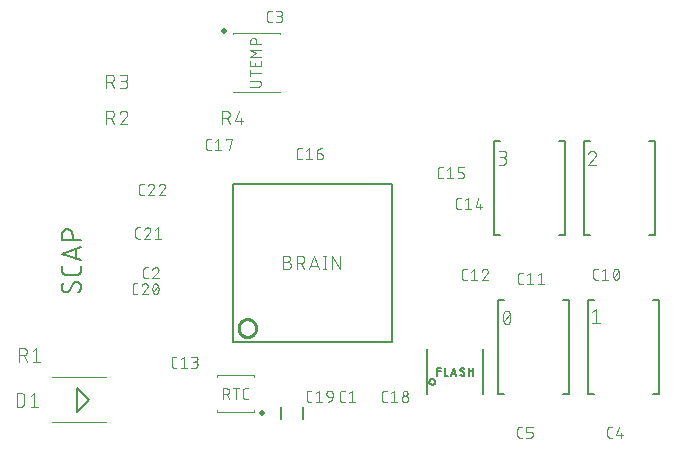
<source format=gbr>
G04 EAGLE Gerber RS-274X export*
G75*
%MOMM*%
%FSLAX34Y34*%
%LPD*%
%INSilkscreen Top*%
%IPPOS*%
%AMOC8*
5,1,8,0,0,1.08239X$1,22.5*%
G01*
%ADD10C,0.101600*%
%ADD11C,0.152400*%
%ADD12C,0.254000*%
%ADD13C,0.203200*%
%ADD14C,0.076200*%
%ADD15C,0.500000*%
%ADD16C,0.120000*%
%ADD17C,0.127000*%


D10*
X827064Y235745D02*
X826965Y235537D01*
X826872Y235327D01*
X826784Y235115D01*
X826701Y234901D01*
X826623Y234684D01*
X826550Y234466D01*
X826482Y234247D01*
X826420Y234025D01*
X826363Y233803D01*
X826311Y233579D01*
X826265Y233354D01*
X826224Y233128D01*
X826189Y232900D01*
X826159Y232673D01*
X826134Y232444D01*
X826115Y232215D01*
X826101Y231986D01*
X826093Y231756D01*
X826090Y231526D01*
X827064Y235745D02*
X827097Y235835D01*
X827133Y235924D01*
X827173Y236012D01*
X827217Y236097D01*
X827264Y236181D01*
X827314Y236263D01*
X827368Y236343D01*
X827424Y236420D01*
X827484Y236496D01*
X827547Y236569D01*
X827612Y236639D01*
X827681Y236707D01*
X827752Y236771D01*
X827825Y236833D01*
X827901Y236892D01*
X827979Y236948D01*
X828060Y237001D01*
X828142Y237050D01*
X828226Y237096D01*
X828313Y237139D01*
X828400Y237178D01*
X828490Y237214D01*
X828580Y237246D01*
X828672Y237274D01*
X828765Y237299D01*
X828859Y237320D01*
X828953Y237337D01*
X829048Y237351D01*
X829144Y237360D01*
X829240Y237366D01*
X829336Y237368D01*
X829432Y237366D01*
X829528Y237360D01*
X829624Y237351D01*
X829719Y237337D01*
X829813Y237320D01*
X829907Y237299D01*
X830000Y237274D01*
X830092Y237246D01*
X830182Y237214D01*
X830272Y237178D01*
X830359Y237139D01*
X830446Y237096D01*
X830530Y237050D01*
X830612Y237001D01*
X830693Y236948D01*
X830771Y236892D01*
X830847Y236833D01*
X830920Y236771D01*
X830991Y236707D01*
X831060Y236639D01*
X831125Y236569D01*
X831188Y236496D01*
X831248Y236420D01*
X831304Y236343D01*
X831358Y236263D01*
X831408Y236181D01*
X831455Y236097D01*
X831499Y236012D01*
X831539Y235924D01*
X831575Y235835D01*
X831608Y235745D01*
X831707Y235538D01*
X831800Y235328D01*
X831888Y235115D01*
X831971Y234901D01*
X832049Y234685D01*
X832122Y234467D01*
X832190Y234247D01*
X832252Y234026D01*
X832309Y233803D01*
X832361Y233579D01*
X832407Y233354D01*
X832448Y233128D01*
X832483Y232901D01*
X832513Y232673D01*
X832538Y232444D01*
X832557Y232215D01*
X832571Y231986D01*
X832579Y231756D01*
X832582Y231526D01*
X826090Y231526D02*
X826093Y231296D01*
X826101Y231066D01*
X826115Y230837D01*
X826134Y230608D01*
X826159Y230379D01*
X826189Y230151D01*
X826224Y229924D01*
X826265Y229698D01*
X826311Y229473D01*
X826363Y229249D01*
X826420Y229026D01*
X826482Y228805D01*
X826550Y228585D01*
X826623Y228367D01*
X826701Y228151D01*
X826784Y227937D01*
X826872Y227725D01*
X826965Y227514D01*
X827064Y227307D01*
X827097Y227217D01*
X827133Y227128D01*
X827174Y227040D01*
X827217Y226955D01*
X827264Y226871D01*
X827314Y226789D01*
X827368Y226709D01*
X827424Y226632D01*
X827484Y226556D01*
X827547Y226483D01*
X827612Y226413D01*
X827681Y226345D01*
X827752Y226281D01*
X827825Y226219D01*
X827901Y226160D01*
X827979Y226104D01*
X828060Y226051D01*
X828142Y226002D01*
X828226Y225956D01*
X828313Y225913D01*
X828400Y225874D01*
X828490Y225838D01*
X828580Y225806D01*
X828672Y225778D01*
X828765Y225753D01*
X828859Y225732D01*
X828953Y225715D01*
X829048Y225701D01*
X829144Y225692D01*
X829240Y225686D01*
X829336Y225684D01*
X831607Y227307D02*
X831706Y227514D01*
X831799Y227725D01*
X831887Y227937D01*
X831970Y228151D01*
X832048Y228367D01*
X832121Y228585D01*
X832189Y228805D01*
X832251Y229026D01*
X832308Y229249D01*
X832360Y229473D01*
X832406Y229698D01*
X832447Y229924D01*
X832482Y230151D01*
X832512Y230379D01*
X832537Y230608D01*
X832556Y230837D01*
X832570Y231066D01*
X832578Y231296D01*
X832581Y231526D01*
X831608Y227307D02*
X831575Y227217D01*
X831539Y227128D01*
X831499Y227040D01*
X831455Y226955D01*
X831408Y226871D01*
X831358Y226789D01*
X831304Y226709D01*
X831248Y226632D01*
X831188Y226556D01*
X831125Y226483D01*
X831060Y226413D01*
X830991Y226345D01*
X830920Y226281D01*
X830847Y226219D01*
X830771Y226160D01*
X830693Y226104D01*
X830612Y226051D01*
X830530Y226002D01*
X830446Y225956D01*
X830359Y225913D01*
X830272Y225874D01*
X830182Y225838D01*
X830092Y225806D01*
X830000Y225778D01*
X829907Y225753D01*
X829813Y225732D01*
X829719Y225715D01*
X829624Y225701D01*
X829528Y225692D01*
X829432Y225686D01*
X829336Y225684D01*
X826739Y228280D02*
X831932Y234772D01*
X901528Y235788D02*
X904774Y238384D01*
X904774Y226700D01*
X908019Y226700D02*
X901528Y226700D01*
X904717Y369575D02*
X904715Y369682D01*
X904709Y369788D01*
X904699Y369894D01*
X904686Y370000D01*
X904668Y370106D01*
X904647Y370210D01*
X904622Y370314D01*
X904593Y370417D01*
X904561Y370518D01*
X904524Y370618D01*
X904484Y370717D01*
X904441Y370815D01*
X904394Y370911D01*
X904343Y371005D01*
X904289Y371097D01*
X904232Y371187D01*
X904172Y371275D01*
X904108Y371360D01*
X904041Y371443D01*
X903971Y371524D01*
X903899Y371602D01*
X903823Y371678D01*
X903745Y371750D01*
X903664Y371820D01*
X903581Y371887D01*
X903496Y371951D01*
X903408Y372011D01*
X903318Y372068D01*
X903226Y372122D01*
X903132Y372173D01*
X903036Y372220D01*
X902938Y372263D01*
X902839Y372303D01*
X902739Y372340D01*
X902638Y372372D01*
X902535Y372401D01*
X902431Y372426D01*
X902327Y372447D01*
X902221Y372465D01*
X902115Y372478D01*
X902009Y372488D01*
X901903Y372494D01*
X901796Y372496D01*
X901675Y372494D01*
X901554Y372488D01*
X901434Y372478D01*
X901313Y372465D01*
X901194Y372447D01*
X901074Y372426D01*
X900956Y372401D01*
X900839Y372372D01*
X900722Y372339D01*
X900607Y372303D01*
X900493Y372262D01*
X900380Y372219D01*
X900268Y372171D01*
X900159Y372120D01*
X900051Y372065D01*
X899944Y372007D01*
X899840Y371946D01*
X899738Y371881D01*
X899638Y371813D01*
X899540Y371742D01*
X899444Y371668D01*
X899351Y371591D01*
X899261Y371510D01*
X899173Y371427D01*
X899088Y371341D01*
X899005Y371252D01*
X898926Y371161D01*
X898849Y371067D01*
X898776Y370971D01*
X898706Y370873D01*
X898639Y370772D01*
X898575Y370669D01*
X898515Y370564D01*
X898458Y370457D01*
X898404Y370349D01*
X898354Y370239D01*
X898308Y370127D01*
X898265Y370014D01*
X898226Y369899D01*
X903744Y367303D02*
X903823Y367380D01*
X903899Y367461D01*
X903972Y367544D01*
X904042Y367629D01*
X904109Y367717D01*
X904173Y367807D01*
X904233Y367899D01*
X904290Y367994D01*
X904344Y368090D01*
X904395Y368188D01*
X904442Y368288D01*
X904486Y368390D01*
X904526Y368493D01*
X904562Y368597D01*
X904594Y368703D01*
X904623Y368809D01*
X904648Y368917D01*
X904670Y369025D01*
X904687Y369135D01*
X904701Y369244D01*
X904710Y369354D01*
X904716Y369465D01*
X904718Y369575D01*
X903743Y367303D02*
X898226Y360812D01*
X904717Y360812D01*
X825780Y360812D02*
X822534Y360812D01*
X825780Y360812D02*
X825893Y360814D01*
X826006Y360820D01*
X826119Y360830D01*
X826232Y360844D01*
X826344Y360861D01*
X826455Y360883D01*
X826565Y360908D01*
X826675Y360938D01*
X826783Y360971D01*
X826890Y361008D01*
X826996Y361048D01*
X827100Y361093D01*
X827203Y361141D01*
X827304Y361192D01*
X827403Y361247D01*
X827500Y361305D01*
X827595Y361367D01*
X827688Y361432D01*
X827778Y361500D01*
X827866Y361571D01*
X827952Y361646D01*
X828035Y361723D01*
X828115Y361803D01*
X828192Y361886D01*
X828267Y361972D01*
X828338Y362060D01*
X828406Y362150D01*
X828471Y362243D01*
X828533Y362338D01*
X828591Y362435D01*
X828646Y362534D01*
X828697Y362635D01*
X828745Y362738D01*
X828790Y362842D01*
X828830Y362948D01*
X828867Y363055D01*
X828900Y363163D01*
X828930Y363273D01*
X828955Y363383D01*
X828977Y363494D01*
X828994Y363606D01*
X829008Y363719D01*
X829018Y363832D01*
X829024Y363945D01*
X829026Y364058D01*
X829024Y364171D01*
X829018Y364284D01*
X829008Y364397D01*
X828994Y364510D01*
X828977Y364622D01*
X828955Y364733D01*
X828930Y364843D01*
X828900Y364953D01*
X828867Y365061D01*
X828830Y365168D01*
X828790Y365274D01*
X828745Y365378D01*
X828697Y365481D01*
X828646Y365582D01*
X828591Y365681D01*
X828533Y365778D01*
X828471Y365873D01*
X828406Y365966D01*
X828338Y366056D01*
X828267Y366144D01*
X828192Y366230D01*
X828115Y366313D01*
X828035Y366393D01*
X827952Y366470D01*
X827866Y366545D01*
X827778Y366616D01*
X827688Y366684D01*
X827595Y366749D01*
X827500Y366811D01*
X827403Y366869D01*
X827304Y366924D01*
X827203Y366975D01*
X827100Y367023D01*
X826996Y367068D01*
X826890Y367108D01*
X826783Y367145D01*
X826675Y367178D01*
X826565Y367208D01*
X826455Y367233D01*
X826344Y367255D01*
X826232Y367272D01*
X826119Y367286D01*
X826006Y367296D01*
X825893Y367302D01*
X825780Y367304D01*
X826429Y372496D02*
X822534Y372496D01*
X826429Y372496D02*
X826530Y372494D01*
X826630Y372488D01*
X826730Y372478D01*
X826830Y372465D01*
X826929Y372447D01*
X827028Y372426D01*
X827125Y372401D01*
X827222Y372372D01*
X827317Y372339D01*
X827411Y372303D01*
X827503Y372263D01*
X827594Y372220D01*
X827683Y372173D01*
X827770Y372123D01*
X827856Y372069D01*
X827939Y372012D01*
X828019Y371952D01*
X828098Y371889D01*
X828174Y371822D01*
X828247Y371753D01*
X828317Y371681D01*
X828385Y371607D01*
X828450Y371530D01*
X828511Y371450D01*
X828570Y371368D01*
X828625Y371284D01*
X828677Y371198D01*
X828726Y371110D01*
X828771Y371020D01*
X828813Y370928D01*
X828851Y370835D01*
X828885Y370740D01*
X828916Y370645D01*
X828943Y370548D01*
X828966Y370450D01*
X828986Y370351D01*
X829001Y370251D01*
X829013Y370151D01*
X829021Y370051D01*
X829025Y369950D01*
X829025Y369850D01*
X829021Y369749D01*
X829013Y369649D01*
X829001Y369549D01*
X828986Y369449D01*
X828966Y369350D01*
X828943Y369252D01*
X828916Y369155D01*
X828885Y369060D01*
X828851Y368965D01*
X828813Y368872D01*
X828771Y368780D01*
X828726Y368690D01*
X828677Y368602D01*
X828625Y368516D01*
X828570Y368432D01*
X828511Y368350D01*
X828450Y368270D01*
X828385Y368193D01*
X828317Y368119D01*
X828247Y368047D01*
X828174Y367978D01*
X828098Y367911D01*
X828019Y367848D01*
X827939Y367788D01*
X827856Y367731D01*
X827770Y367677D01*
X827683Y367627D01*
X827594Y367580D01*
X827503Y367537D01*
X827411Y367497D01*
X827317Y367461D01*
X827222Y367428D01*
X827125Y367399D01*
X827028Y367374D01*
X826929Y367353D01*
X826830Y367335D01*
X826730Y367322D01*
X826630Y367312D01*
X826530Y367306D01*
X826429Y367304D01*
X826429Y367303D02*
X823832Y367303D01*
D11*
X469018Y258126D02*
X469016Y258244D01*
X469010Y258362D01*
X469001Y258480D01*
X468987Y258597D01*
X468970Y258714D01*
X468949Y258831D01*
X468924Y258946D01*
X468895Y259061D01*
X468862Y259175D01*
X468826Y259287D01*
X468786Y259398D01*
X468743Y259508D01*
X468696Y259617D01*
X468646Y259724D01*
X468591Y259829D01*
X468534Y259932D01*
X468473Y260033D01*
X468409Y260133D01*
X468342Y260230D01*
X468272Y260325D01*
X468198Y260417D01*
X468122Y260508D01*
X468042Y260595D01*
X467960Y260680D01*
X467875Y260762D01*
X467788Y260842D01*
X467697Y260918D01*
X467605Y260992D01*
X467510Y261062D01*
X467413Y261129D01*
X467313Y261193D01*
X467212Y261254D01*
X467109Y261311D01*
X467004Y261366D01*
X466897Y261416D01*
X466788Y261463D01*
X466678Y261506D01*
X466567Y261546D01*
X466455Y261582D01*
X466341Y261615D01*
X466226Y261644D01*
X466111Y261669D01*
X465994Y261690D01*
X465877Y261707D01*
X465760Y261721D01*
X465642Y261730D01*
X465524Y261736D01*
X465406Y261738D01*
X469018Y258126D02*
X469016Y257943D01*
X469009Y257761D01*
X468998Y257579D01*
X468983Y257397D01*
X468963Y257215D01*
X468940Y257034D01*
X468911Y256854D01*
X468879Y256674D01*
X468842Y256495D01*
X468801Y256318D01*
X468755Y256141D01*
X468706Y255965D01*
X468652Y255791D01*
X468594Y255617D01*
X468532Y255446D01*
X468466Y255276D01*
X468395Y255107D01*
X468321Y254940D01*
X468243Y254775D01*
X468161Y254612D01*
X468075Y254451D01*
X467985Y254292D01*
X467891Y254135D01*
X467794Y253981D01*
X467693Y253829D01*
X467588Y253679D01*
X467480Y253532D01*
X467369Y253388D01*
X467254Y253246D01*
X467135Y253107D01*
X467013Y252971D01*
X466888Y252838D01*
X466760Y252708D01*
X456374Y253159D02*
X456256Y253161D01*
X456138Y253167D01*
X456020Y253176D01*
X455903Y253190D01*
X455786Y253207D01*
X455669Y253228D01*
X455554Y253253D01*
X455439Y253282D01*
X455325Y253315D01*
X455213Y253351D01*
X455102Y253391D01*
X454992Y253434D01*
X454883Y253481D01*
X454776Y253531D01*
X454671Y253586D01*
X454568Y253643D01*
X454467Y253704D01*
X454367Y253768D01*
X454270Y253835D01*
X454175Y253905D01*
X454083Y253979D01*
X453992Y254055D01*
X453905Y254135D01*
X453820Y254217D01*
X453738Y254302D01*
X453658Y254389D01*
X453582Y254480D01*
X453508Y254572D01*
X453438Y254667D01*
X453371Y254764D01*
X453307Y254864D01*
X453246Y254965D01*
X453189Y255068D01*
X453134Y255173D01*
X453084Y255280D01*
X453037Y255389D01*
X452994Y255499D01*
X452954Y255610D01*
X452918Y255722D01*
X452885Y255836D01*
X452856Y255951D01*
X452831Y256066D01*
X452810Y256183D01*
X452793Y256300D01*
X452779Y256417D01*
X452770Y256535D01*
X452764Y256653D01*
X452762Y256771D01*
X452764Y256932D01*
X452770Y257094D01*
X452779Y257255D01*
X452793Y257416D01*
X452810Y257576D01*
X452831Y257736D01*
X452856Y257896D01*
X452885Y258055D01*
X452917Y258213D01*
X452953Y258370D01*
X452993Y258526D01*
X453037Y258682D01*
X453085Y258836D01*
X453136Y258989D01*
X453190Y259141D01*
X453249Y259292D01*
X453310Y259441D01*
X453376Y259588D01*
X453445Y259734D01*
X453517Y259879D01*
X453593Y260021D01*
X453672Y260162D01*
X453754Y260301D01*
X453840Y260437D01*
X453929Y260572D01*
X454021Y260705D01*
X454117Y260835D01*
X459535Y254965D02*
X459473Y254864D01*
X459408Y254764D01*
X459339Y254667D01*
X459267Y254572D01*
X459193Y254479D01*
X459115Y254389D01*
X459034Y254301D01*
X458951Y254216D01*
X458865Y254134D01*
X458776Y254055D01*
X458685Y253978D01*
X458591Y253905D01*
X458495Y253834D01*
X458397Y253767D01*
X458297Y253703D01*
X458194Y253642D01*
X458090Y253585D01*
X457984Y253531D01*
X457876Y253481D01*
X457767Y253434D01*
X457656Y253390D01*
X457544Y253350D01*
X457430Y253314D01*
X457316Y253282D01*
X457200Y253253D01*
X457084Y253228D01*
X456967Y253207D01*
X456849Y253190D01*
X456731Y253176D01*
X456612Y253167D01*
X456493Y253161D01*
X456374Y253159D01*
X462245Y259933D02*
X462307Y260034D01*
X462372Y260134D01*
X462441Y260231D01*
X462513Y260326D01*
X462587Y260419D01*
X462665Y260509D01*
X462746Y260597D01*
X462829Y260682D01*
X462915Y260764D01*
X463004Y260843D01*
X463095Y260920D01*
X463189Y260993D01*
X463285Y261064D01*
X463383Y261131D01*
X463483Y261195D01*
X463586Y261256D01*
X463690Y261313D01*
X463796Y261367D01*
X463904Y261417D01*
X464013Y261464D01*
X464124Y261508D01*
X464236Y261548D01*
X464350Y261584D01*
X464464Y261616D01*
X464580Y261645D01*
X464696Y261670D01*
X464813Y261691D01*
X464931Y261708D01*
X465049Y261722D01*
X465168Y261731D01*
X465287Y261737D01*
X465406Y261739D01*
X462245Y259932D02*
X459535Y254965D01*
X469018Y271391D02*
X469018Y275003D01*
X469018Y271391D02*
X469016Y271273D01*
X469010Y271155D01*
X469001Y271037D01*
X468987Y270920D01*
X468970Y270803D01*
X468949Y270686D01*
X468924Y270571D01*
X468895Y270456D01*
X468862Y270342D01*
X468826Y270230D01*
X468786Y270119D01*
X468743Y270009D01*
X468696Y269900D01*
X468646Y269793D01*
X468591Y269688D01*
X468534Y269585D01*
X468473Y269484D01*
X468409Y269384D01*
X468342Y269287D01*
X468272Y269192D01*
X468198Y269100D01*
X468122Y269009D01*
X468042Y268922D01*
X467960Y268837D01*
X467875Y268755D01*
X467788Y268675D01*
X467697Y268599D01*
X467605Y268525D01*
X467510Y268455D01*
X467413Y268388D01*
X467313Y268324D01*
X467212Y268263D01*
X467109Y268206D01*
X467004Y268151D01*
X466897Y268101D01*
X466788Y268054D01*
X466678Y268011D01*
X466567Y267971D01*
X466455Y267935D01*
X466341Y267902D01*
X466226Y267873D01*
X466111Y267848D01*
X465994Y267827D01*
X465877Y267810D01*
X465760Y267796D01*
X465642Y267787D01*
X465524Y267781D01*
X465406Y267779D01*
X465406Y267778D02*
X456374Y267778D01*
X456256Y267780D01*
X456138Y267786D01*
X456020Y267795D01*
X455902Y267809D01*
X455785Y267826D01*
X455669Y267847D01*
X455554Y267872D01*
X455439Y267901D01*
X455325Y267934D01*
X455213Y267970D01*
X455101Y268010D01*
X454991Y268053D01*
X454883Y268100D01*
X454776Y268151D01*
X454671Y268205D01*
X454568Y268262D01*
X454466Y268323D01*
X454367Y268387D01*
X454270Y268454D01*
X454175Y268525D01*
X454082Y268598D01*
X453992Y268675D01*
X453904Y268754D01*
X453819Y268836D01*
X453737Y268921D01*
X453658Y269009D01*
X453581Y269099D01*
X453508Y269192D01*
X453437Y269286D01*
X453370Y269384D01*
X453306Y269483D01*
X453245Y269584D01*
X453188Y269688D01*
X453134Y269793D01*
X453083Y269900D01*
X453036Y270008D01*
X452993Y270118D01*
X452953Y270230D01*
X452917Y270342D01*
X452884Y270456D01*
X452855Y270571D01*
X452830Y270686D01*
X452809Y270802D01*
X452792Y270919D01*
X452778Y271037D01*
X452769Y271155D01*
X452763Y271273D01*
X452761Y271391D01*
X452762Y271391D02*
X452762Y275003D01*
X452762Y285359D02*
X469018Y279941D01*
X469018Y290778D02*
X452762Y285359D01*
X464954Y289423D02*
X464954Y281295D01*
X469018Y297207D02*
X452762Y297207D01*
X452762Y301722D01*
X452764Y301855D01*
X452770Y301987D01*
X452780Y302119D01*
X452793Y302251D01*
X452811Y302383D01*
X452832Y302513D01*
X452857Y302644D01*
X452886Y302773D01*
X452919Y302901D01*
X452955Y303029D01*
X452995Y303155D01*
X453039Y303280D01*
X453087Y303404D01*
X453138Y303526D01*
X453193Y303647D01*
X453251Y303766D01*
X453313Y303884D01*
X453378Y303999D01*
X453447Y304113D01*
X453518Y304224D01*
X453594Y304333D01*
X453672Y304440D01*
X453753Y304545D01*
X453838Y304647D01*
X453925Y304747D01*
X454015Y304844D01*
X454108Y304939D01*
X454204Y305030D01*
X454302Y305119D01*
X454403Y305205D01*
X454507Y305288D01*
X454613Y305368D01*
X454721Y305444D01*
X454831Y305518D01*
X454944Y305588D01*
X455058Y305655D01*
X455175Y305718D01*
X455293Y305778D01*
X455413Y305835D01*
X455535Y305888D01*
X455658Y305937D01*
X455782Y305983D01*
X455908Y306025D01*
X456035Y306063D01*
X456163Y306098D01*
X456292Y306129D01*
X456421Y306156D01*
X456552Y306179D01*
X456683Y306199D01*
X456815Y306214D01*
X456947Y306226D01*
X457079Y306234D01*
X457212Y306238D01*
X457344Y306238D01*
X457477Y306234D01*
X457609Y306226D01*
X457741Y306214D01*
X457873Y306199D01*
X458004Y306179D01*
X458135Y306156D01*
X458264Y306129D01*
X458393Y306098D01*
X458521Y306063D01*
X458648Y306025D01*
X458774Y305983D01*
X458898Y305937D01*
X459021Y305888D01*
X459143Y305835D01*
X459263Y305778D01*
X459381Y305718D01*
X459498Y305655D01*
X459612Y305588D01*
X459725Y305518D01*
X459835Y305444D01*
X459943Y305368D01*
X460049Y305288D01*
X460153Y305205D01*
X460254Y305119D01*
X460352Y305030D01*
X460448Y304939D01*
X460541Y304844D01*
X460631Y304747D01*
X460718Y304647D01*
X460803Y304545D01*
X460884Y304440D01*
X460962Y304333D01*
X461038Y304224D01*
X461109Y304113D01*
X461178Y303999D01*
X461243Y303884D01*
X461305Y303766D01*
X461363Y303647D01*
X461418Y303526D01*
X461469Y303404D01*
X461517Y303280D01*
X461561Y303155D01*
X461601Y303029D01*
X461637Y302901D01*
X461670Y302773D01*
X461699Y302644D01*
X461724Y302513D01*
X461745Y302383D01*
X461763Y302251D01*
X461776Y302119D01*
X461786Y301987D01*
X461792Y301855D01*
X461794Y301722D01*
X461793Y301722D02*
X461793Y297207D01*
D12*
X602299Y222499D02*
X602301Y222683D01*
X602308Y222867D01*
X602319Y223051D01*
X602335Y223234D01*
X602355Y223417D01*
X602380Y223599D01*
X602409Y223781D01*
X602443Y223962D01*
X602481Y224142D01*
X602524Y224321D01*
X602571Y224499D01*
X602622Y224676D01*
X602678Y224852D01*
X602737Y225026D01*
X602802Y225198D01*
X602870Y225369D01*
X602942Y225538D01*
X603019Y225706D01*
X603100Y225871D01*
X603185Y226034D01*
X603273Y226196D01*
X603366Y226355D01*
X603463Y226511D01*
X603563Y226666D01*
X603667Y226818D01*
X603775Y226967D01*
X603886Y227113D01*
X604001Y227257D01*
X604120Y227398D01*
X604242Y227536D01*
X604367Y227671D01*
X604496Y227802D01*
X604627Y227931D01*
X604762Y228056D01*
X604900Y228178D01*
X605041Y228297D01*
X605185Y228412D01*
X605331Y228523D01*
X605480Y228631D01*
X605632Y228735D01*
X605787Y228835D01*
X605943Y228932D01*
X606102Y229025D01*
X606264Y229113D01*
X606427Y229198D01*
X606592Y229279D01*
X606760Y229356D01*
X606929Y229428D01*
X607100Y229496D01*
X607272Y229561D01*
X607446Y229620D01*
X607622Y229676D01*
X607799Y229727D01*
X607977Y229774D01*
X608156Y229817D01*
X608336Y229855D01*
X608517Y229889D01*
X608699Y229918D01*
X608881Y229943D01*
X609064Y229963D01*
X609247Y229979D01*
X609431Y229990D01*
X609615Y229997D01*
X609799Y229999D01*
X609983Y229997D01*
X610167Y229990D01*
X610351Y229979D01*
X610534Y229963D01*
X610717Y229943D01*
X610899Y229918D01*
X611081Y229889D01*
X611262Y229855D01*
X611442Y229817D01*
X611621Y229774D01*
X611799Y229727D01*
X611976Y229676D01*
X612152Y229620D01*
X612326Y229561D01*
X612498Y229496D01*
X612669Y229428D01*
X612838Y229356D01*
X613006Y229279D01*
X613171Y229198D01*
X613334Y229113D01*
X613496Y229025D01*
X613655Y228932D01*
X613811Y228835D01*
X613966Y228735D01*
X614118Y228631D01*
X614267Y228523D01*
X614413Y228412D01*
X614557Y228297D01*
X614698Y228178D01*
X614836Y228056D01*
X614971Y227931D01*
X615102Y227802D01*
X615231Y227671D01*
X615356Y227536D01*
X615478Y227398D01*
X615597Y227257D01*
X615712Y227113D01*
X615823Y226967D01*
X615931Y226818D01*
X616035Y226666D01*
X616135Y226511D01*
X616232Y226355D01*
X616325Y226196D01*
X616413Y226034D01*
X616498Y225871D01*
X616579Y225706D01*
X616656Y225538D01*
X616728Y225369D01*
X616796Y225198D01*
X616861Y225026D01*
X616920Y224852D01*
X616976Y224676D01*
X617027Y224499D01*
X617074Y224321D01*
X617117Y224142D01*
X617155Y223962D01*
X617189Y223781D01*
X617218Y223599D01*
X617243Y223417D01*
X617263Y223234D01*
X617279Y223051D01*
X617290Y222867D01*
X617297Y222683D01*
X617299Y222499D01*
X617297Y222315D01*
X617290Y222131D01*
X617279Y221947D01*
X617263Y221764D01*
X617243Y221581D01*
X617218Y221399D01*
X617189Y221217D01*
X617155Y221036D01*
X617117Y220856D01*
X617074Y220677D01*
X617027Y220499D01*
X616976Y220322D01*
X616920Y220146D01*
X616861Y219972D01*
X616796Y219800D01*
X616728Y219629D01*
X616656Y219460D01*
X616579Y219292D01*
X616498Y219127D01*
X616413Y218964D01*
X616325Y218802D01*
X616232Y218643D01*
X616135Y218487D01*
X616035Y218332D01*
X615931Y218180D01*
X615823Y218031D01*
X615712Y217885D01*
X615597Y217741D01*
X615478Y217600D01*
X615356Y217462D01*
X615231Y217327D01*
X615102Y217196D01*
X614971Y217067D01*
X614836Y216942D01*
X614698Y216820D01*
X614557Y216701D01*
X614413Y216586D01*
X614267Y216475D01*
X614118Y216367D01*
X613966Y216263D01*
X613811Y216163D01*
X613655Y216066D01*
X613496Y215973D01*
X613334Y215885D01*
X613171Y215800D01*
X613006Y215719D01*
X612838Y215642D01*
X612669Y215570D01*
X612498Y215502D01*
X612326Y215437D01*
X612152Y215378D01*
X611976Y215322D01*
X611799Y215271D01*
X611621Y215224D01*
X611442Y215181D01*
X611262Y215143D01*
X611081Y215109D01*
X610899Y215080D01*
X610717Y215055D01*
X610534Y215035D01*
X610351Y215019D01*
X610167Y215008D01*
X609983Y215001D01*
X609799Y214999D01*
X609615Y215001D01*
X609431Y215008D01*
X609247Y215019D01*
X609064Y215035D01*
X608881Y215055D01*
X608699Y215080D01*
X608517Y215109D01*
X608336Y215143D01*
X608156Y215181D01*
X607977Y215224D01*
X607799Y215271D01*
X607622Y215322D01*
X607446Y215378D01*
X607272Y215437D01*
X607100Y215502D01*
X606929Y215570D01*
X606760Y215642D01*
X606592Y215719D01*
X606427Y215800D01*
X606264Y215885D01*
X606102Y215973D01*
X605943Y216066D01*
X605787Y216163D01*
X605632Y216263D01*
X605480Y216367D01*
X605331Y216475D01*
X605185Y216586D01*
X605041Y216701D01*
X604900Y216820D01*
X604762Y216942D01*
X604627Y217067D01*
X604496Y217196D01*
X604367Y217327D01*
X604242Y217462D01*
X604120Y217600D01*
X604001Y217741D01*
X603886Y217885D01*
X603775Y218031D01*
X603667Y218180D01*
X603563Y218332D01*
X603463Y218487D01*
X603366Y218643D01*
X603273Y218802D01*
X603185Y218964D01*
X603100Y219127D01*
X603019Y219292D01*
X602942Y219460D01*
X602870Y219629D01*
X602802Y219800D01*
X602737Y219972D01*
X602678Y220146D01*
X602622Y220322D01*
X602571Y220499D01*
X602524Y220677D01*
X602481Y220856D01*
X602443Y221036D01*
X602409Y221217D01*
X602380Y221399D01*
X602355Y221581D01*
X602335Y221764D01*
X602319Y221947D01*
X602308Y222131D01*
X602301Y222315D01*
X602299Y222499D01*
D13*
X597600Y344600D02*
X731900Y344600D01*
X731900Y210400D01*
X597600Y210400D01*
X597600Y344600D01*
D10*
X640208Y278749D02*
X643454Y278749D01*
X643454Y278750D02*
X643567Y278748D01*
X643680Y278742D01*
X643793Y278732D01*
X643906Y278718D01*
X644018Y278701D01*
X644129Y278679D01*
X644239Y278654D01*
X644349Y278624D01*
X644457Y278591D01*
X644564Y278554D01*
X644670Y278514D01*
X644774Y278469D01*
X644877Y278421D01*
X644978Y278370D01*
X645077Y278315D01*
X645174Y278257D01*
X645269Y278195D01*
X645362Y278130D01*
X645452Y278062D01*
X645540Y277991D01*
X645626Y277916D01*
X645709Y277839D01*
X645789Y277759D01*
X645866Y277676D01*
X645941Y277590D01*
X646012Y277502D01*
X646080Y277412D01*
X646145Y277319D01*
X646207Y277224D01*
X646265Y277127D01*
X646320Y277028D01*
X646371Y276927D01*
X646419Y276824D01*
X646464Y276720D01*
X646504Y276614D01*
X646541Y276507D01*
X646574Y276399D01*
X646604Y276289D01*
X646629Y276179D01*
X646651Y276068D01*
X646668Y275956D01*
X646682Y275843D01*
X646692Y275730D01*
X646698Y275617D01*
X646700Y275504D01*
X646698Y275391D01*
X646692Y275278D01*
X646682Y275165D01*
X646668Y275052D01*
X646651Y274940D01*
X646629Y274829D01*
X646604Y274719D01*
X646574Y274609D01*
X646541Y274501D01*
X646504Y274394D01*
X646464Y274288D01*
X646419Y274184D01*
X646371Y274081D01*
X646320Y273980D01*
X646265Y273881D01*
X646207Y273784D01*
X646145Y273689D01*
X646080Y273596D01*
X646012Y273506D01*
X645941Y273418D01*
X645866Y273332D01*
X645789Y273249D01*
X645709Y273169D01*
X645626Y273092D01*
X645540Y273017D01*
X645452Y272946D01*
X645362Y272878D01*
X645269Y272813D01*
X645174Y272751D01*
X645077Y272693D01*
X644978Y272638D01*
X644877Y272587D01*
X644774Y272539D01*
X644670Y272494D01*
X644564Y272454D01*
X644457Y272417D01*
X644349Y272384D01*
X644239Y272354D01*
X644129Y272329D01*
X644018Y272307D01*
X643906Y272290D01*
X643793Y272276D01*
X643680Y272266D01*
X643567Y272260D01*
X643454Y272258D01*
X640208Y272258D01*
X640208Y283942D01*
X643454Y283942D01*
X643555Y283940D01*
X643655Y283934D01*
X643755Y283924D01*
X643855Y283911D01*
X643954Y283893D01*
X644053Y283872D01*
X644150Y283847D01*
X644247Y283818D01*
X644342Y283785D01*
X644436Y283749D01*
X644528Y283709D01*
X644619Y283666D01*
X644708Y283619D01*
X644795Y283569D01*
X644881Y283515D01*
X644964Y283458D01*
X645044Y283398D01*
X645123Y283335D01*
X645199Y283268D01*
X645272Y283199D01*
X645342Y283127D01*
X645410Y283053D01*
X645475Y282976D01*
X645536Y282896D01*
X645595Y282814D01*
X645650Y282730D01*
X645702Y282644D01*
X645751Y282556D01*
X645796Y282466D01*
X645838Y282374D01*
X645876Y282281D01*
X645910Y282186D01*
X645941Y282091D01*
X645968Y281994D01*
X645991Y281896D01*
X646011Y281797D01*
X646026Y281697D01*
X646038Y281597D01*
X646046Y281497D01*
X646050Y281396D01*
X646050Y281296D01*
X646046Y281195D01*
X646038Y281095D01*
X646026Y280995D01*
X646011Y280895D01*
X645991Y280796D01*
X645968Y280698D01*
X645941Y280601D01*
X645910Y280506D01*
X645876Y280411D01*
X645838Y280318D01*
X645796Y280226D01*
X645751Y280136D01*
X645702Y280048D01*
X645650Y279962D01*
X645595Y279878D01*
X645536Y279796D01*
X645475Y279716D01*
X645410Y279639D01*
X645342Y279565D01*
X645272Y279493D01*
X645199Y279424D01*
X645123Y279357D01*
X645044Y279294D01*
X644964Y279234D01*
X644881Y279177D01*
X644795Y279123D01*
X644708Y279073D01*
X644619Y279026D01*
X644528Y278983D01*
X644436Y278943D01*
X644342Y278907D01*
X644247Y278874D01*
X644150Y278845D01*
X644053Y278820D01*
X643954Y278799D01*
X643855Y278781D01*
X643755Y278768D01*
X643655Y278758D01*
X643555Y278752D01*
X643454Y278750D01*
X651542Y283942D02*
X651542Y272258D01*
X651542Y283942D02*
X654788Y283942D01*
X654901Y283940D01*
X655014Y283934D01*
X655127Y283924D01*
X655240Y283910D01*
X655352Y283893D01*
X655463Y283871D01*
X655573Y283846D01*
X655683Y283816D01*
X655791Y283783D01*
X655898Y283746D01*
X656004Y283706D01*
X656108Y283661D01*
X656211Y283613D01*
X656312Y283562D01*
X656411Y283507D01*
X656508Y283449D01*
X656603Y283387D01*
X656696Y283322D01*
X656786Y283254D01*
X656874Y283183D01*
X656960Y283108D01*
X657043Y283031D01*
X657123Y282951D01*
X657200Y282868D01*
X657275Y282782D01*
X657346Y282694D01*
X657414Y282604D01*
X657479Y282511D01*
X657541Y282416D01*
X657599Y282319D01*
X657654Y282220D01*
X657705Y282119D01*
X657753Y282016D01*
X657798Y281912D01*
X657838Y281806D01*
X657875Y281699D01*
X657908Y281591D01*
X657938Y281481D01*
X657963Y281371D01*
X657985Y281260D01*
X658002Y281148D01*
X658016Y281035D01*
X658026Y280922D01*
X658032Y280809D01*
X658034Y280696D01*
X658032Y280583D01*
X658026Y280470D01*
X658016Y280357D01*
X658002Y280244D01*
X657985Y280132D01*
X657963Y280021D01*
X657938Y279911D01*
X657908Y279801D01*
X657875Y279693D01*
X657838Y279586D01*
X657798Y279480D01*
X657753Y279376D01*
X657705Y279273D01*
X657654Y279172D01*
X657599Y279073D01*
X657541Y278976D01*
X657479Y278881D01*
X657414Y278788D01*
X657346Y278698D01*
X657275Y278610D01*
X657200Y278524D01*
X657123Y278441D01*
X657043Y278361D01*
X656960Y278284D01*
X656874Y278209D01*
X656786Y278138D01*
X656696Y278070D01*
X656603Y278005D01*
X656508Y277943D01*
X656411Y277885D01*
X656312Y277830D01*
X656211Y277779D01*
X656108Y277731D01*
X656004Y277686D01*
X655898Y277646D01*
X655791Y277609D01*
X655683Y277576D01*
X655573Y277546D01*
X655463Y277521D01*
X655352Y277499D01*
X655240Y277482D01*
X655127Y277468D01*
X655014Y277458D01*
X654901Y277452D01*
X654788Y277450D01*
X654788Y277451D02*
X651542Y277451D01*
X655437Y277451D02*
X658033Y272258D01*
X662250Y272258D02*
X666144Y283942D01*
X670039Y272258D01*
X669065Y275179D02*
X663223Y275179D01*
X675288Y272258D02*
X675288Y283942D01*
X673990Y272258D02*
X676586Y272258D01*
X676586Y283942D02*
X673990Y283942D01*
X681568Y283942D02*
X681568Y272258D01*
X688059Y272258D02*
X681568Y283942D01*
X688059Y283942D02*
X688059Y272258D01*
D14*
X690207Y160107D02*
X692296Y160107D01*
X690207Y160107D02*
X690118Y160109D01*
X690030Y160115D01*
X689942Y160124D01*
X689854Y160137D01*
X689767Y160154D01*
X689681Y160174D01*
X689596Y160199D01*
X689511Y160226D01*
X689428Y160258D01*
X689347Y160292D01*
X689267Y160331D01*
X689189Y160372D01*
X689112Y160417D01*
X689038Y160465D01*
X688965Y160516D01*
X688895Y160570D01*
X688828Y160628D01*
X688762Y160688D01*
X688700Y160750D01*
X688640Y160816D01*
X688582Y160883D01*
X688528Y160953D01*
X688477Y161026D01*
X688429Y161100D01*
X688384Y161177D01*
X688343Y161255D01*
X688304Y161335D01*
X688270Y161416D01*
X688238Y161499D01*
X688211Y161584D01*
X688186Y161669D01*
X688166Y161755D01*
X688149Y161842D01*
X688136Y161930D01*
X688127Y162018D01*
X688121Y162106D01*
X688119Y162195D01*
X688119Y167417D01*
X688121Y167508D01*
X688127Y167599D01*
X688137Y167690D01*
X688151Y167780D01*
X688168Y167869D01*
X688190Y167957D01*
X688216Y168045D01*
X688245Y168131D01*
X688278Y168216D01*
X688315Y168299D01*
X688355Y168381D01*
X688399Y168461D01*
X688446Y168539D01*
X688497Y168615D01*
X688550Y168688D01*
X688607Y168759D01*
X688668Y168828D01*
X688731Y168893D01*
X688796Y168956D01*
X688865Y169016D01*
X688936Y169074D01*
X689009Y169127D01*
X689085Y169178D01*
X689163Y169225D01*
X689243Y169269D01*
X689325Y169309D01*
X689408Y169346D01*
X689493Y169379D01*
X689579Y169408D01*
X689667Y169434D01*
X689755Y169456D01*
X689844Y169473D01*
X689934Y169487D01*
X690025Y169497D01*
X690116Y169503D01*
X690207Y169505D01*
X692296Y169505D01*
X695764Y167417D02*
X698375Y169505D01*
X698375Y160107D01*
X700985Y160107D02*
X695764Y160107D01*
D15*
X621883Y150755D03*
D16*
X615310Y151780D02*
X615310Y153255D01*
X615310Y151780D02*
X584310Y151780D01*
X584310Y153255D01*
X615310Y181305D02*
X615310Y182780D01*
X584310Y182780D01*
X584310Y181305D01*
D14*
X589398Y171524D02*
X589398Y162286D01*
X589398Y171524D02*
X591964Y171524D01*
X592063Y171522D01*
X592163Y171516D01*
X592262Y171507D01*
X592360Y171493D01*
X592458Y171476D01*
X592556Y171455D01*
X592652Y171430D01*
X592747Y171401D01*
X592842Y171369D01*
X592934Y171333D01*
X593026Y171294D01*
X593116Y171251D01*
X593204Y171205D01*
X593290Y171155D01*
X593374Y171102D01*
X593456Y171046D01*
X593536Y170986D01*
X593613Y170924D01*
X593688Y170858D01*
X593761Y170790D01*
X593830Y170719D01*
X593897Y170645D01*
X593961Y170569D01*
X594022Y170490D01*
X594080Y170409D01*
X594135Y170326D01*
X594186Y170241D01*
X594234Y170154D01*
X594279Y170065D01*
X594320Y169974D01*
X594358Y169882D01*
X594392Y169789D01*
X594422Y169694D01*
X594449Y169598D01*
X594472Y169501D01*
X594491Y169404D01*
X594506Y169305D01*
X594518Y169206D01*
X594526Y169107D01*
X594530Y169008D01*
X594530Y168908D01*
X594526Y168809D01*
X594518Y168710D01*
X594506Y168611D01*
X594491Y168512D01*
X594472Y168415D01*
X594449Y168318D01*
X594422Y168222D01*
X594392Y168127D01*
X594358Y168034D01*
X594320Y167942D01*
X594279Y167851D01*
X594234Y167762D01*
X594186Y167675D01*
X594135Y167590D01*
X594080Y167507D01*
X594022Y167426D01*
X593961Y167347D01*
X593897Y167271D01*
X593830Y167197D01*
X593761Y167126D01*
X593688Y167058D01*
X593613Y166992D01*
X593536Y166930D01*
X593456Y166870D01*
X593374Y166814D01*
X593290Y166761D01*
X593204Y166711D01*
X593116Y166665D01*
X593026Y166622D01*
X592934Y166583D01*
X592842Y166547D01*
X592747Y166515D01*
X592652Y166486D01*
X592556Y166461D01*
X592458Y166440D01*
X592360Y166423D01*
X592262Y166409D01*
X592163Y166400D01*
X592063Y166394D01*
X591964Y166392D01*
X589398Y166392D01*
X592478Y166392D02*
X594530Y162286D01*
X600308Y162286D02*
X600308Y171524D01*
X597742Y171524D02*
X602874Y171524D01*
X608169Y162286D02*
X610222Y162286D01*
X608169Y162286D02*
X608079Y162288D01*
X607990Y162294D01*
X607901Y162304D01*
X607813Y162317D01*
X607725Y162335D01*
X607638Y162356D01*
X607552Y162381D01*
X607467Y162410D01*
X607383Y162442D01*
X607301Y162478D01*
X607221Y162518D01*
X607143Y162561D01*
X607066Y162608D01*
X606991Y162657D01*
X606919Y162710D01*
X606849Y162766D01*
X606782Y162825D01*
X606717Y162887D01*
X606655Y162952D01*
X606596Y163019D01*
X606540Y163089D01*
X606487Y163161D01*
X606438Y163236D01*
X606391Y163313D01*
X606348Y163391D01*
X606308Y163471D01*
X606272Y163553D01*
X606240Y163637D01*
X606211Y163722D01*
X606186Y163808D01*
X606165Y163895D01*
X606147Y163983D01*
X606134Y164071D01*
X606124Y164160D01*
X606118Y164249D01*
X606116Y164339D01*
X606116Y169471D01*
X606118Y169561D01*
X606124Y169650D01*
X606134Y169739D01*
X606147Y169827D01*
X606165Y169915D01*
X606186Y170002D01*
X606211Y170088D01*
X606240Y170173D01*
X606272Y170257D01*
X606308Y170339D01*
X606348Y170419D01*
X606391Y170497D01*
X606438Y170574D01*
X606487Y170649D01*
X606540Y170721D01*
X606596Y170791D01*
X606655Y170858D01*
X606717Y170923D01*
X606782Y170985D01*
X606849Y171044D01*
X606919Y171100D01*
X606991Y171153D01*
X607066Y171202D01*
X607142Y171249D01*
X607221Y171292D01*
X607301Y171332D01*
X607383Y171368D01*
X607467Y171400D01*
X607552Y171429D01*
X607638Y171454D01*
X607725Y171475D01*
X607812Y171493D01*
X607901Y171506D01*
X607990Y171516D01*
X608079Y171522D01*
X608169Y171524D01*
X610222Y171524D01*
D17*
X877252Y166380D02*
X882252Y166380D01*
X827252Y166380D02*
X822252Y166380D01*
X822252Y246380D01*
X827252Y246380D01*
X877252Y246380D02*
X882252Y246380D01*
X882252Y166380D01*
X953452Y166380D02*
X958452Y166380D01*
X903452Y166380D02*
X898452Y166380D01*
X898452Y246380D01*
X903452Y246380D01*
X953452Y246380D02*
X958452Y246380D01*
X958452Y166380D01*
X954642Y301000D02*
X949642Y301000D01*
X899642Y301000D02*
X894642Y301000D01*
X894642Y381000D01*
X899642Y381000D01*
X949642Y381000D02*
X954642Y381000D01*
X954642Y301000D01*
X878442Y301000D02*
X873442Y301000D01*
X823442Y301000D02*
X818442Y301000D01*
X818442Y381000D01*
X823442Y381000D01*
X873442Y381000D02*
X878442Y381000D01*
X878442Y301000D01*
D10*
X489926Y142720D02*
X444714Y142720D01*
X444714Y180820D02*
X489926Y180820D01*
D13*
X475620Y161770D02*
X465390Y151770D01*
X475620Y161770D02*
X465390Y171770D01*
X465390Y151770D01*
D10*
X414510Y155928D02*
X414510Y167612D01*
X417755Y167612D01*
X417868Y167610D01*
X417981Y167604D01*
X418094Y167594D01*
X418207Y167580D01*
X418319Y167563D01*
X418430Y167541D01*
X418540Y167516D01*
X418650Y167486D01*
X418758Y167453D01*
X418865Y167416D01*
X418971Y167376D01*
X419075Y167331D01*
X419178Y167283D01*
X419279Y167232D01*
X419378Y167177D01*
X419475Y167119D01*
X419570Y167057D01*
X419663Y166992D01*
X419753Y166924D01*
X419841Y166853D01*
X419927Y166778D01*
X420010Y166701D01*
X420090Y166621D01*
X420167Y166538D01*
X420242Y166452D01*
X420313Y166364D01*
X420381Y166274D01*
X420446Y166181D01*
X420508Y166086D01*
X420566Y165989D01*
X420621Y165890D01*
X420672Y165789D01*
X420720Y165686D01*
X420765Y165582D01*
X420805Y165476D01*
X420842Y165369D01*
X420875Y165261D01*
X420905Y165151D01*
X420930Y165041D01*
X420952Y164930D01*
X420969Y164818D01*
X420983Y164705D01*
X420993Y164592D01*
X420999Y164479D01*
X421001Y164366D01*
X421001Y159174D01*
X421002Y159174D02*
X421000Y159061D01*
X420994Y158948D01*
X420984Y158835D01*
X420970Y158722D01*
X420953Y158610D01*
X420931Y158499D01*
X420906Y158389D01*
X420876Y158279D01*
X420843Y158171D01*
X420806Y158064D01*
X420766Y157958D01*
X420721Y157854D01*
X420673Y157751D01*
X420622Y157650D01*
X420567Y157551D01*
X420509Y157454D01*
X420447Y157359D01*
X420382Y157266D01*
X420314Y157176D01*
X420243Y157088D01*
X420168Y157002D01*
X420091Y156919D01*
X420011Y156839D01*
X419928Y156762D01*
X419842Y156687D01*
X419754Y156616D01*
X419664Y156548D01*
X419571Y156483D01*
X419476Y156421D01*
X419379Y156363D01*
X419280Y156308D01*
X419179Y156257D01*
X419076Y156209D01*
X418972Y156164D01*
X418866Y156124D01*
X418759Y156087D01*
X418651Y156054D01*
X418541Y156024D01*
X418431Y155999D01*
X418320Y155977D01*
X418208Y155960D01*
X418095Y155946D01*
X417982Y155936D01*
X417869Y155930D01*
X417756Y155928D01*
X417755Y155928D02*
X414510Y155928D01*
X426321Y165016D02*
X429566Y167612D01*
X429566Y155928D01*
X426321Y155928D02*
X432812Y155928D01*
X416661Y194158D02*
X416661Y205842D01*
X419906Y205842D01*
X420019Y205840D01*
X420132Y205834D01*
X420245Y205824D01*
X420358Y205810D01*
X420470Y205793D01*
X420581Y205771D01*
X420691Y205746D01*
X420801Y205716D01*
X420909Y205683D01*
X421016Y205646D01*
X421122Y205606D01*
X421226Y205561D01*
X421329Y205513D01*
X421430Y205462D01*
X421529Y205407D01*
X421626Y205349D01*
X421721Y205287D01*
X421814Y205222D01*
X421904Y205154D01*
X421992Y205083D01*
X422078Y205008D01*
X422161Y204931D01*
X422241Y204851D01*
X422318Y204768D01*
X422393Y204682D01*
X422464Y204594D01*
X422532Y204504D01*
X422597Y204411D01*
X422659Y204316D01*
X422717Y204219D01*
X422772Y204120D01*
X422823Y204019D01*
X422871Y203916D01*
X422916Y203812D01*
X422956Y203706D01*
X422993Y203599D01*
X423026Y203491D01*
X423056Y203381D01*
X423081Y203271D01*
X423103Y203160D01*
X423120Y203048D01*
X423134Y202935D01*
X423144Y202822D01*
X423150Y202709D01*
X423152Y202596D01*
X423150Y202483D01*
X423144Y202370D01*
X423134Y202257D01*
X423120Y202144D01*
X423103Y202032D01*
X423081Y201921D01*
X423056Y201811D01*
X423026Y201701D01*
X422993Y201593D01*
X422956Y201486D01*
X422916Y201380D01*
X422871Y201276D01*
X422823Y201173D01*
X422772Y201072D01*
X422717Y200973D01*
X422659Y200876D01*
X422597Y200781D01*
X422532Y200688D01*
X422464Y200598D01*
X422393Y200510D01*
X422318Y200424D01*
X422241Y200341D01*
X422161Y200261D01*
X422078Y200184D01*
X421992Y200109D01*
X421904Y200038D01*
X421814Y199970D01*
X421721Y199905D01*
X421626Y199843D01*
X421529Y199785D01*
X421430Y199730D01*
X421329Y199679D01*
X421226Y199631D01*
X421122Y199586D01*
X421016Y199546D01*
X420909Y199509D01*
X420801Y199476D01*
X420691Y199446D01*
X420581Y199421D01*
X420470Y199399D01*
X420358Y199382D01*
X420245Y199368D01*
X420132Y199358D01*
X420019Y199352D01*
X419906Y199350D01*
X419906Y199351D02*
X416661Y199351D01*
X420555Y199351D02*
X423152Y194158D01*
X428017Y203246D02*
X431262Y205842D01*
X431262Y194158D01*
X428017Y194158D02*
X434508Y194158D01*
D13*
X763860Y177170D02*
X763862Y177270D01*
X763868Y177371D01*
X763878Y177470D01*
X763892Y177570D01*
X763909Y177669D01*
X763931Y177767D01*
X763957Y177864D01*
X763986Y177960D01*
X764019Y178054D01*
X764056Y178148D01*
X764096Y178240D01*
X764140Y178330D01*
X764188Y178418D01*
X764239Y178505D01*
X764293Y178589D01*
X764351Y178671D01*
X764412Y178751D01*
X764476Y178828D01*
X764543Y178903D01*
X764613Y178975D01*
X764686Y179044D01*
X764761Y179110D01*
X764839Y179174D01*
X764919Y179234D01*
X765002Y179291D01*
X765087Y179344D01*
X765174Y179394D01*
X765263Y179441D01*
X765353Y179484D01*
X765445Y179524D01*
X765539Y179560D01*
X765634Y179592D01*
X765730Y179620D01*
X765828Y179645D01*
X765926Y179665D01*
X766025Y179682D01*
X766125Y179695D01*
X766224Y179704D01*
X766325Y179709D01*
X766425Y179710D01*
X766525Y179707D01*
X766626Y179700D01*
X766725Y179689D01*
X766825Y179674D01*
X766923Y179656D01*
X767021Y179633D01*
X767118Y179606D01*
X767213Y179576D01*
X767308Y179542D01*
X767401Y179504D01*
X767492Y179463D01*
X767582Y179418D01*
X767670Y179370D01*
X767756Y179318D01*
X767840Y179263D01*
X767921Y179204D01*
X768000Y179142D01*
X768077Y179078D01*
X768151Y179010D01*
X768222Y178939D01*
X768291Y178866D01*
X768356Y178790D01*
X768419Y178711D01*
X768478Y178630D01*
X768534Y178547D01*
X768587Y178462D01*
X768636Y178374D01*
X768682Y178285D01*
X768724Y178194D01*
X768763Y178101D01*
X768798Y178007D01*
X768829Y177912D01*
X768857Y177815D01*
X768880Y177718D01*
X768900Y177619D01*
X768916Y177520D01*
X768928Y177421D01*
X768936Y177320D01*
X768940Y177220D01*
X768940Y177120D01*
X768936Y177020D01*
X768928Y176919D01*
X768916Y176820D01*
X768900Y176721D01*
X768880Y176622D01*
X768857Y176525D01*
X768829Y176428D01*
X768798Y176333D01*
X768763Y176239D01*
X768724Y176146D01*
X768682Y176055D01*
X768636Y175966D01*
X768587Y175878D01*
X768534Y175793D01*
X768478Y175710D01*
X768419Y175629D01*
X768356Y175550D01*
X768291Y175474D01*
X768222Y175401D01*
X768151Y175330D01*
X768077Y175262D01*
X768000Y175198D01*
X767921Y175136D01*
X767840Y175077D01*
X767756Y175022D01*
X767670Y174970D01*
X767582Y174922D01*
X767492Y174877D01*
X767401Y174836D01*
X767308Y174798D01*
X767213Y174764D01*
X767118Y174734D01*
X767021Y174707D01*
X766923Y174684D01*
X766825Y174666D01*
X766725Y174651D01*
X766626Y174640D01*
X766525Y174633D01*
X766425Y174630D01*
X766325Y174631D01*
X766224Y174636D01*
X766125Y174645D01*
X766025Y174658D01*
X765926Y174675D01*
X765828Y174695D01*
X765730Y174720D01*
X765634Y174748D01*
X765539Y174780D01*
X765445Y174816D01*
X765353Y174856D01*
X765263Y174899D01*
X765174Y174946D01*
X765087Y174996D01*
X765002Y175049D01*
X764919Y175106D01*
X764839Y175166D01*
X764761Y175230D01*
X764686Y175296D01*
X764613Y175365D01*
X764543Y175437D01*
X764476Y175512D01*
X764412Y175589D01*
X764351Y175669D01*
X764293Y175751D01*
X764239Y175835D01*
X764188Y175922D01*
X764140Y176010D01*
X764096Y176100D01*
X764056Y176192D01*
X764019Y176286D01*
X763986Y176380D01*
X763957Y176476D01*
X763931Y176573D01*
X763909Y176671D01*
X763892Y176770D01*
X763878Y176870D01*
X763868Y176969D01*
X763862Y177070D01*
X763860Y177170D01*
X761704Y167060D02*
X761704Y205060D01*
X809704Y205060D02*
X809704Y167060D01*
D11*
X770416Y182172D02*
X770416Y188776D01*
X773351Y188776D01*
X773351Y185841D02*
X770416Y185841D01*
X776756Y188776D02*
X776756Y182172D01*
X779691Y182172D01*
X782461Y182172D02*
X784662Y188776D01*
X786863Y182172D01*
X786313Y183823D02*
X783011Y183823D01*
X792100Y182172D02*
X792174Y182174D01*
X792248Y182180D01*
X792322Y182189D01*
X792395Y182202D01*
X792468Y182219D01*
X792539Y182239D01*
X792610Y182263D01*
X792679Y182291D01*
X792746Y182322D01*
X792812Y182356D01*
X792877Y182394D01*
X792939Y182435D01*
X792999Y182479D01*
X793056Y182526D01*
X793111Y182576D01*
X793164Y182629D01*
X793214Y182684D01*
X793261Y182741D01*
X793305Y182801D01*
X793346Y182863D01*
X793384Y182928D01*
X793418Y182993D01*
X793449Y183061D01*
X793477Y183130D01*
X793501Y183201D01*
X793521Y183272D01*
X793538Y183344D01*
X793551Y183418D01*
X793560Y183491D01*
X793566Y183566D01*
X793568Y183640D01*
X792100Y182172D02*
X791989Y182174D01*
X791878Y182180D01*
X791767Y182190D01*
X791656Y182204D01*
X791547Y182222D01*
X791438Y182244D01*
X791329Y182269D01*
X791222Y182299D01*
X791116Y182332D01*
X791011Y182370D01*
X790908Y182410D01*
X790806Y182455D01*
X790706Y182503D01*
X790607Y182555D01*
X790511Y182610D01*
X790416Y182669D01*
X790324Y182731D01*
X790234Y182797D01*
X790146Y182865D01*
X790061Y182937D01*
X789979Y183012D01*
X789899Y183089D01*
X790082Y187308D02*
X790084Y187382D01*
X790090Y187457D01*
X790099Y187530D01*
X790112Y187604D01*
X790129Y187676D01*
X790149Y187747D01*
X790173Y187818D01*
X790201Y187887D01*
X790232Y187954D01*
X790266Y188020D01*
X790304Y188085D01*
X790345Y188147D01*
X790389Y188207D01*
X790436Y188264D01*
X790486Y188319D01*
X790539Y188372D01*
X790594Y188422D01*
X790651Y188469D01*
X790711Y188513D01*
X790773Y188554D01*
X790838Y188592D01*
X790904Y188626D01*
X790971Y188657D01*
X791040Y188685D01*
X791111Y188709D01*
X791182Y188729D01*
X791254Y188746D01*
X791328Y188759D01*
X791401Y188768D01*
X791476Y188774D01*
X791550Y188776D01*
X791654Y188774D01*
X791758Y188768D01*
X791862Y188758D01*
X791965Y188745D01*
X792068Y188727D01*
X792170Y188705D01*
X792271Y188680D01*
X792371Y188651D01*
X792470Y188618D01*
X792567Y188581D01*
X792663Y188541D01*
X792758Y188497D01*
X792850Y188449D01*
X792941Y188399D01*
X793030Y188344D01*
X793117Y188287D01*
X793201Y188226D01*
X790816Y186023D02*
X790753Y186062D01*
X790693Y186104D01*
X790635Y186149D01*
X790578Y186197D01*
X790525Y186248D01*
X790474Y186301D01*
X790425Y186356D01*
X790380Y186414D01*
X790337Y186474D01*
X790297Y186536D01*
X790261Y186600D01*
X790227Y186666D01*
X790197Y186734D01*
X790170Y186802D01*
X790147Y186872D01*
X790127Y186943D01*
X790111Y187015D01*
X790098Y187088D01*
X790089Y187161D01*
X790084Y187234D01*
X790082Y187308D01*
X792834Y184925D02*
X792897Y184886D01*
X792957Y184844D01*
X793016Y184799D01*
X793072Y184751D01*
X793125Y184700D01*
X793176Y184647D01*
X793225Y184592D01*
X793270Y184534D01*
X793313Y184474D01*
X793353Y184412D01*
X793389Y184348D01*
X793423Y184282D01*
X793453Y184214D01*
X793480Y184146D01*
X793503Y184076D01*
X793523Y184005D01*
X793539Y183933D01*
X793552Y183860D01*
X793561Y183787D01*
X793566Y183714D01*
X793568Y183640D01*
X792834Y184924D02*
X790816Y186024D01*
X797214Y188776D02*
X797214Y182172D01*
X797214Y185841D02*
X800883Y185841D01*
X800883Y188776D02*
X800883Y182172D01*
D14*
X525879Y264543D02*
X523791Y264543D01*
X523702Y264545D01*
X523614Y264551D01*
X523526Y264560D01*
X523438Y264573D01*
X523351Y264590D01*
X523265Y264610D01*
X523180Y264635D01*
X523095Y264662D01*
X523012Y264694D01*
X522931Y264728D01*
X522851Y264767D01*
X522773Y264808D01*
X522696Y264853D01*
X522622Y264901D01*
X522549Y264952D01*
X522479Y265006D01*
X522412Y265064D01*
X522346Y265124D01*
X522284Y265186D01*
X522224Y265252D01*
X522166Y265319D01*
X522112Y265389D01*
X522061Y265462D01*
X522013Y265536D01*
X521968Y265613D01*
X521927Y265691D01*
X521888Y265771D01*
X521854Y265852D01*
X521822Y265935D01*
X521795Y266020D01*
X521770Y266105D01*
X521750Y266191D01*
X521733Y266278D01*
X521720Y266366D01*
X521711Y266454D01*
X521705Y266542D01*
X521703Y266631D01*
X521702Y266631D02*
X521702Y271853D01*
X521703Y271853D02*
X521705Y271944D01*
X521711Y272035D01*
X521721Y272126D01*
X521735Y272216D01*
X521752Y272305D01*
X521774Y272393D01*
X521800Y272481D01*
X521829Y272567D01*
X521862Y272652D01*
X521899Y272735D01*
X521939Y272817D01*
X521983Y272897D01*
X522030Y272975D01*
X522081Y273051D01*
X522134Y273124D01*
X522191Y273195D01*
X522252Y273264D01*
X522315Y273329D01*
X522380Y273392D01*
X522449Y273452D01*
X522520Y273510D01*
X522593Y273563D01*
X522669Y273614D01*
X522747Y273661D01*
X522827Y273705D01*
X522909Y273745D01*
X522992Y273782D01*
X523077Y273815D01*
X523163Y273844D01*
X523251Y273870D01*
X523339Y273892D01*
X523428Y273909D01*
X523518Y273923D01*
X523609Y273933D01*
X523700Y273939D01*
X523791Y273941D01*
X525879Y273941D01*
X532220Y273942D02*
X532315Y273940D01*
X532409Y273934D01*
X532503Y273925D01*
X532597Y273912D01*
X532690Y273895D01*
X532782Y273874D01*
X532874Y273849D01*
X532964Y273821D01*
X533053Y273789D01*
X533141Y273754D01*
X533227Y273715D01*
X533312Y273673D01*
X533395Y273627D01*
X533476Y273578D01*
X533555Y273526D01*
X533632Y273471D01*
X533706Y273412D01*
X533778Y273351D01*
X533848Y273287D01*
X533915Y273220D01*
X533979Y273150D01*
X534040Y273078D01*
X534099Y273004D01*
X534154Y272927D01*
X534206Y272848D01*
X534255Y272767D01*
X534301Y272684D01*
X534343Y272599D01*
X534382Y272513D01*
X534417Y272425D01*
X534449Y272336D01*
X534477Y272246D01*
X534502Y272154D01*
X534523Y272062D01*
X534540Y271969D01*
X534553Y271875D01*
X534562Y271781D01*
X534568Y271687D01*
X534570Y271592D01*
X532220Y273941D02*
X532112Y273939D01*
X532003Y273933D01*
X531895Y273923D01*
X531788Y273910D01*
X531681Y273892D01*
X531574Y273871D01*
X531469Y273846D01*
X531364Y273817D01*
X531261Y273785D01*
X531159Y273748D01*
X531058Y273708D01*
X530959Y273665D01*
X530861Y273618D01*
X530765Y273567D01*
X530671Y273513D01*
X530579Y273456D01*
X530489Y273395D01*
X530401Y273331D01*
X530316Y273265D01*
X530233Y273195D01*
X530153Y273122D01*
X530075Y273046D01*
X530000Y272968D01*
X529928Y272887D01*
X529859Y272803D01*
X529793Y272717D01*
X529730Y272629D01*
X529671Y272538D01*
X529614Y272446D01*
X529561Y272351D01*
X529512Y272255D01*
X529466Y272156D01*
X529423Y272057D01*
X529384Y271955D01*
X529349Y271853D01*
X533786Y269764D02*
X533855Y269833D01*
X533921Y269904D01*
X533985Y269977D01*
X534046Y270053D01*
X534104Y270132D01*
X534158Y270212D01*
X534210Y270295D01*
X534258Y270379D01*
X534304Y270465D01*
X534345Y270553D01*
X534384Y270643D01*
X534419Y270734D01*
X534450Y270826D01*
X534478Y270919D01*
X534502Y271013D01*
X534522Y271108D01*
X534539Y271204D01*
X534552Y271301D01*
X534561Y271398D01*
X534567Y271495D01*
X534569Y271592D01*
X533786Y269764D02*
X529348Y264543D01*
X534569Y264543D01*
X628537Y481699D02*
X630625Y481699D01*
X628537Y481699D02*
X628448Y481701D01*
X628360Y481707D01*
X628272Y481716D01*
X628184Y481729D01*
X628097Y481746D01*
X628011Y481766D01*
X627926Y481791D01*
X627841Y481818D01*
X627758Y481850D01*
X627677Y481884D01*
X627597Y481923D01*
X627519Y481964D01*
X627442Y482009D01*
X627368Y482057D01*
X627295Y482108D01*
X627225Y482162D01*
X627158Y482220D01*
X627092Y482280D01*
X627030Y482342D01*
X626970Y482408D01*
X626912Y482475D01*
X626858Y482545D01*
X626807Y482618D01*
X626759Y482692D01*
X626714Y482769D01*
X626673Y482847D01*
X626634Y482927D01*
X626600Y483008D01*
X626568Y483091D01*
X626541Y483176D01*
X626516Y483261D01*
X626496Y483347D01*
X626479Y483434D01*
X626466Y483522D01*
X626457Y483610D01*
X626451Y483698D01*
X626449Y483787D01*
X626448Y483787D02*
X626448Y489009D01*
X626449Y489009D02*
X626451Y489100D01*
X626457Y489191D01*
X626467Y489282D01*
X626481Y489372D01*
X626498Y489461D01*
X626520Y489549D01*
X626546Y489637D01*
X626575Y489723D01*
X626608Y489808D01*
X626645Y489891D01*
X626685Y489973D01*
X626729Y490053D01*
X626776Y490131D01*
X626827Y490207D01*
X626880Y490280D01*
X626937Y490351D01*
X626998Y490420D01*
X627061Y490485D01*
X627126Y490548D01*
X627195Y490608D01*
X627266Y490666D01*
X627339Y490719D01*
X627415Y490770D01*
X627493Y490817D01*
X627573Y490861D01*
X627655Y490901D01*
X627738Y490938D01*
X627823Y490971D01*
X627909Y491000D01*
X627997Y491026D01*
X628085Y491048D01*
X628174Y491065D01*
X628264Y491079D01*
X628355Y491089D01*
X628446Y491095D01*
X628537Y491097D01*
X630625Y491097D01*
X634094Y481699D02*
X636704Y481699D01*
X636805Y481701D01*
X636906Y481707D01*
X637007Y481717D01*
X637107Y481730D01*
X637207Y481748D01*
X637306Y481769D01*
X637404Y481795D01*
X637501Y481824D01*
X637597Y481856D01*
X637691Y481893D01*
X637784Y481933D01*
X637876Y481977D01*
X637965Y482024D01*
X638053Y482075D01*
X638139Y482129D01*
X638222Y482186D01*
X638304Y482246D01*
X638382Y482310D01*
X638459Y482376D01*
X638532Y482446D01*
X638603Y482518D01*
X638671Y482593D01*
X638736Y482671D01*
X638798Y482751D01*
X638857Y482833D01*
X638913Y482918D01*
X638965Y483005D01*
X639014Y483093D01*
X639060Y483184D01*
X639101Y483276D01*
X639140Y483370D01*
X639174Y483465D01*
X639205Y483561D01*
X639232Y483659D01*
X639256Y483757D01*
X639275Y483857D01*
X639291Y483957D01*
X639303Y484057D01*
X639311Y484158D01*
X639315Y484259D01*
X639315Y484361D01*
X639311Y484462D01*
X639303Y484563D01*
X639291Y484663D01*
X639275Y484763D01*
X639256Y484863D01*
X639232Y484961D01*
X639205Y485059D01*
X639174Y485155D01*
X639140Y485250D01*
X639101Y485344D01*
X639060Y485436D01*
X639014Y485527D01*
X638965Y485615D01*
X638913Y485702D01*
X638857Y485787D01*
X638798Y485869D01*
X638736Y485949D01*
X638671Y486027D01*
X638603Y486102D01*
X638532Y486174D01*
X638459Y486244D01*
X638382Y486310D01*
X638304Y486374D01*
X638222Y486434D01*
X638139Y486491D01*
X638053Y486545D01*
X637965Y486596D01*
X637876Y486643D01*
X637784Y486687D01*
X637691Y486727D01*
X637597Y486764D01*
X637501Y486796D01*
X637404Y486825D01*
X637306Y486851D01*
X637207Y486872D01*
X637107Y486890D01*
X637007Y486903D01*
X636906Y486913D01*
X636805Y486919D01*
X636704Y486921D01*
X637227Y491097D02*
X634094Y491097D01*
X637227Y491097D02*
X637317Y491095D01*
X637406Y491089D01*
X637496Y491080D01*
X637585Y491066D01*
X637673Y491049D01*
X637760Y491028D01*
X637847Y491003D01*
X637932Y490974D01*
X638016Y490942D01*
X638098Y490907D01*
X638179Y490867D01*
X638258Y490825D01*
X638335Y490779D01*
X638410Y490729D01*
X638483Y490677D01*
X638554Y490621D01*
X638622Y490563D01*
X638687Y490501D01*
X638750Y490437D01*
X638810Y490370D01*
X638867Y490301D01*
X638921Y490229D01*
X638972Y490155D01*
X639020Y490079D01*
X639064Y490001D01*
X639105Y489921D01*
X639143Y489839D01*
X639177Y489756D01*
X639207Y489671D01*
X639234Y489585D01*
X639257Y489499D01*
X639276Y489411D01*
X639291Y489322D01*
X639303Y489233D01*
X639311Y489144D01*
X639315Y489054D01*
X639315Y488964D01*
X639311Y488874D01*
X639303Y488785D01*
X639291Y488696D01*
X639276Y488607D01*
X639257Y488519D01*
X639234Y488433D01*
X639207Y488347D01*
X639177Y488262D01*
X639143Y488179D01*
X639105Y488097D01*
X639064Y488017D01*
X639020Y487939D01*
X638972Y487863D01*
X638921Y487789D01*
X638867Y487717D01*
X638810Y487648D01*
X638750Y487581D01*
X638687Y487517D01*
X638622Y487455D01*
X638554Y487397D01*
X638483Y487341D01*
X638410Y487289D01*
X638335Y487239D01*
X638258Y487193D01*
X638179Y487151D01*
X638098Y487111D01*
X638016Y487076D01*
X637932Y487044D01*
X637847Y487015D01*
X637760Y486990D01*
X637673Y486969D01*
X637585Y486952D01*
X637496Y486938D01*
X637406Y486929D01*
X637317Y486923D01*
X637227Y486921D01*
X637227Y486920D02*
X635138Y486920D01*
X916765Y129581D02*
X918854Y129581D01*
X916765Y129581D02*
X916676Y129583D01*
X916588Y129589D01*
X916500Y129598D01*
X916412Y129611D01*
X916325Y129628D01*
X916239Y129648D01*
X916154Y129673D01*
X916069Y129700D01*
X915986Y129732D01*
X915905Y129766D01*
X915825Y129805D01*
X915747Y129846D01*
X915670Y129891D01*
X915596Y129939D01*
X915523Y129990D01*
X915453Y130044D01*
X915386Y130102D01*
X915320Y130162D01*
X915258Y130224D01*
X915198Y130290D01*
X915140Y130357D01*
X915086Y130427D01*
X915035Y130500D01*
X914987Y130574D01*
X914942Y130651D01*
X914901Y130729D01*
X914862Y130809D01*
X914828Y130890D01*
X914796Y130973D01*
X914769Y131058D01*
X914744Y131143D01*
X914724Y131229D01*
X914707Y131316D01*
X914694Y131404D01*
X914685Y131492D01*
X914679Y131580D01*
X914677Y131669D01*
X914677Y136891D01*
X914679Y136982D01*
X914685Y137073D01*
X914695Y137164D01*
X914709Y137254D01*
X914726Y137343D01*
X914748Y137431D01*
X914774Y137519D01*
X914803Y137605D01*
X914836Y137690D01*
X914873Y137773D01*
X914913Y137855D01*
X914957Y137935D01*
X915004Y138013D01*
X915055Y138089D01*
X915108Y138162D01*
X915165Y138233D01*
X915226Y138302D01*
X915289Y138367D01*
X915354Y138430D01*
X915423Y138490D01*
X915494Y138548D01*
X915567Y138601D01*
X915643Y138652D01*
X915721Y138699D01*
X915801Y138743D01*
X915883Y138783D01*
X915966Y138820D01*
X916051Y138853D01*
X916137Y138882D01*
X916225Y138908D01*
X916313Y138930D01*
X916402Y138947D01*
X916492Y138961D01*
X916583Y138971D01*
X916674Y138977D01*
X916765Y138979D01*
X918854Y138979D01*
X924411Y138979D02*
X922322Y131669D01*
X927543Y131669D01*
X925977Y133758D02*
X925977Y129581D01*
X842664Y129581D02*
X840575Y129581D01*
X840486Y129583D01*
X840398Y129589D01*
X840310Y129598D01*
X840222Y129611D01*
X840135Y129628D01*
X840049Y129648D01*
X839964Y129673D01*
X839879Y129700D01*
X839796Y129732D01*
X839715Y129766D01*
X839635Y129805D01*
X839557Y129846D01*
X839480Y129891D01*
X839406Y129939D01*
X839333Y129990D01*
X839263Y130044D01*
X839196Y130102D01*
X839130Y130162D01*
X839068Y130224D01*
X839008Y130290D01*
X838950Y130357D01*
X838896Y130427D01*
X838845Y130500D01*
X838797Y130574D01*
X838752Y130651D01*
X838711Y130729D01*
X838672Y130809D01*
X838638Y130890D01*
X838606Y130973D01*
X838579Y131058D01*
X838554Y131143D01*
X838534Y131229D01*
X838517Y131316D01*
X838504Y131404D01*
X838495Y131492D01*
X838489Y131580D01*
X838487Y131669D01*
X838487Y136891D01*
X838489Y136982D01*
X838495Y137073D01*
X838505Y137164D01*
X838519Y137254D01*
X838536Y137343D01*
X838558Y137431D01*
X838584Y137519D01*
X838613Y137605D01*
X838646Y137690D01*
X838683Y137773D01*
X838723Y137855D01*
X838767Y137935D01*
X838814Y138013D01*
X838865Y138089D01*
X838918Y138162D01*
X838975Y138233D01*
X839036Y138302D01*
X839099Y138367D01*
X839164Y138430D01*
X839233Y138490D01*
X839304Y138548D01*
X839377Y138601D01*
X839453Y138652D01*
X839531Y138699D01*
X839611Y138743D01*
X839693Y138783D01*
X839776Y138820D01*
X839861Y138853D01*
X839947Y138882D01*
X840035Y138908D01*
X840123Y138930D01*
X840212Y138947D01*
X840302Y138961D01*
X840393Y138971D01*
X840484Y138977D01*
X840575Y138979D01*
X842664Y138979D01*
X846132Y129581D02*
X849265Y129581D01*
X849354Y129583D01*
X849442Y129589D01*
X849530Y129598D01*
X849618Y129611D01*
X849705Y129628D01*
X849791Y129648D01*
X849876Y129673D01*
X849961Y129700D01*
X850044Y129732D01*
X850125Y129766D01*
X850205Y129805D01*
X850283Y129846D01*
X850360Y129891D01*
X850434Y129939D01*
X850507Y129990D01*
X850577Y130044D01*
X850644Y130102D01*
X850710Y130162D01*
X850772Y130224D01*
X850832Y130290D01*
X850890Y130357D01*
X850944Y130427D01*
X850995Y130500D01*
X851043Y130574D01*
X851088Y130651D01*
X851129Y130729D01*
X851168Y130809D01*
X851202Y130890D01*
X851234Y130973D01*
X851261Y131058D01*
X851286Y131143D01*
X851306Y131229D01*
X851323Y131316D01*
X851336Y131404D01*
X851345Y131492D01*
X851351Y131580D01*
X851353Y131669D01*
X851353Y132714D01*
X851351Y132803D01*
X851345Y132891D01*
X851336Y132979D01*
X851323Y133067D01*
X851306Y133154D01*
X851286Y133240D01*
X851261Y133325D01*
X851234Y133410D01*
X851202Y133493D01*
X851168Y133574D01*
X851129Y133654D01*
X851088Y133732D01*
X851043Y133809D01*
X850995Y133883D01*
X850944Y133956D01*
X850890Y134026D01*
X850832Y134093D01*
X850772Y134159D01*
X850710Y134221D01*
X850644Y134281D01*
X850577Y134339D01*
X850507Y134393D01*
X850434Y134444D01*
X850360Y134492D01*
X850283Y134537D01*
X850205Y134578D01*
X850125Y134617D01*
X850044Y134651D01*
X849961Y134683D01*
X849876Y134710D01*
X849791Y134735D01*
X849705Y134755D01*
X849618Y134772D01*
X849530Y134785D01*
X849442Y134794D01*
X849354Y134800D01*
X849265Y134802D01*
X846132Y134802D01*
X846132Y138979D01*
X851353Y138979D01*
X904733Y263391D02*
X906822Y263391D01*
X904733Y263391D02*
X904644Y263393D01*
X904556Y263399D01*
X904468Y263408D01*
X904380Y263421D01*
X904293Y263438D01*
X904207Y263458D01*
X904122Y263483D01*
X904037Y263510D01*
X903954Y263542D01*
X903873Y263576D01*
X903793Y263615D01*
X903715Y263656D01*
X903638Y263701D01*
X903564Y263749D01*
X903491Y263800D01*
X903421Y263854D01*
X903354Y263912D01*
X903288Y263972D01*
X903226Y264034D01*
X903166Y264100D01*
X903108Y264167D01*
X903054Y264237D01*
X903003Y264310D01*
X902955Y264384D01*
X902910Y264461D01*
X902869Y264539D01*
X902830Y264619D01*
X902796Y264700D01*
X902764Y264783D01*
X902737Y264868D01*
X902712Y264953D01*
X902692Y265039D01*
X902675Y265126D01*
X902662Y265214D01*
X902653Y265302D01*
X902647Y265390D01*
X902645Y265479D01*
X902645Y270701D01*
X902647Y270792D01*
X902653Y270883D01*
X902663Y270974D01*
X902677Y271064D01*
X902694Y271153D01*
X902716Y271241D01*
X902742Y271329D01*
X902771Y271415D01*
X902804Y271500D01*
X902841Y271583D01*
X902881Y271665D01*
X902925Y271745D01*
X902972Y271823D01*
X903023Y271899D01*
X903076Y271972D01*
X903133Y272043D01*
X903194Y272112D01*
X903257Y272177D01*
X903322Y272240D01*
X903391Y272300D01*
X903462Y272358D01*
X903535Y272411D01*
X903611Y272462D01*
X903689Y272509D01*
X903769Y272553D01*
X903851Y272593D01*
X903934Y272630D01*
X904019Y272663D01*
X904105Y272692D01*
X904193Y272718D01*
X904281Y272740D01*
X904370Y272757D01*
X904460Y272771D01*
X904551Y272781D01*
X904642Y272787D01*
X904733Y272789D01*
X906822Y272789D01*
X910290Y270701D02*
X912901Y272789D01*
X912901Y263391D01*
X915511Y263391D02*
X910290Y263391D01*
X919434Y268090D02*
X919436Y268275D01*
X919443Y268460D01*
X919454Y268644D01*
X919469Y268828D01*
X919489Y269012D01*
X919513Y269196D01*
X919542Y269378D01*
X919575Y269560D01*
X919612Y269741D01*
X919654Y269921D01*
X919700Y270101D01*
X919750Y270279D01*
X919804Y270455D01*
X919863Y270631D01*
X919925Y270805D01*
X919992Y270977D01*
X920063Y271148D01*
X920138Y271317D01*
X920217Y271484D01*
X920247Y271564D01*
X920280Y271643D01*
X920317Y271720D01*
X920357Y271796D01*
X920400Y271870D01*
X920446Y271942D01*
X920496Y272011D01*
X920548Y272079D01*
X920604Y272144D01*
X920662Y272207D01*
X920724Y272266D01*
X920787Y272324D01*
X920854Y272378D01*
X920922Y272429D01*
X920993Y272477D01*
X921066Y272522D01*
X921140Y272564D01*
X921217Y272602D01*
X921295Y272637D01*
X921374Y272669D01*
X921455Y272697D01*
X921537Y272721D01*
X921621Y272742D01*
X921704Y272759D01*
X921789Y272772D01*
X921874Y272781D01*
X921959Y272787D01*
X922045Y272789D01*
X922131Y272787D01*
X922216Y272781D01*
X922301Y272772D01*
X922386Y272759D01*
X922469Y272742D01*
X922553Y272721D01*
X922635Y272697D01*
X922716Y272669D01*
X922795Y272637D01*
X922873Y272602D01*
X922950Y272564D01*
X923024Y272522D01*
X923097Y272477D01*
X923168Y272429D01*
X923236Y272378D01*
X923303Y272324D01*
X923366Y272266D01*
X923428Y272207D01*
X923486Y272144D01*
X923542Y272079D01*
X923594Y272011D01*
X923644Y271942D01*
X923690Y271870D01*
X923733Y271796D01*
X923773Y271720D01*
X923810Y271643D01*
X923843Y271564D01*
X923873Y271484D01*
X923952Y271317D01*
X924027Y271148D01*
X924098Y270977D01*
X924165Y270805D01*
X924227Y270631D01*
X924286Y270455D01*
X924340Y270279D01*
X924390Y270101D01*
X924436Y269921D01*
X924478Y269741D01*
X924515Y269560D01*
X924548Y269378D01*
X924577Y269196D01*
X924601Y269012D01*
X924621Y268828D01*
X924636Y268644D01*
X924647Y268460D01*
X924654Y268275D01*
X924656Y268090D01*
X919434Y268090D02*
X919436Y267905D01*
X919443Y267720D01*
X919454Y267536D01*
X919469Y267352D01*
X919489Y267168D01*
X919513Y266984D01*
X919542Y266802D01*
X919575Y266620D01*
X919612Y266439D01*
X919654Y266259D01*
X919700Y266079D01*
X919750Y265901D01*
X919804Y265725D01*
X919863Y265549D01*
X919925Y265375D01*
X919992Y265203D01*
X920063Y265032D01*
X920138Y264863D01*
X920217Y264696D01*
X920247Y264616D01*
X920280Y264537D01*
X920317Y264460D01*
X920357Y264384D01*
X920400Y264310D01*
X920446Y264238D01*
X920496Y264169D01*
X920549Y264101D01*
X920604Y264036D01*
X920663Y263973D01*
X920724Y263914D01*
X920787Y263856D01*
X920854Y263802D01*
X920922Y263751D01*
X920993Y263703D01*
X921066Y263658D01*
X921140Y263616D01*
X921217Y263578D01*
X921295Y263543D01*
X921374Y263511D01*
X921455Y263483D01*
X921537Y263459D01*
X921621Y263438D01*
X921704Y263421D01*
X921789Y263408D01*
X921874Y263399D01*
X921959Y263393D01*
X922045Y263391D01*
X923873Y264696D02*
X923952Y264863D01*
X924027Y265032D01*
X924098Y265203D01*
X924165Y265375D01*
X924227Y265549D01*
X924286Y265725D01*
X924340Y265901D01*
X924390Y266079D01*
X924436Y266259D01*
X924478Y266439D01*
X924515Y266620D01*
X924548Y266802D01*
X924577Y266984D01*
X924601Y267168D01*
X924621Y267352D01*
X924636Y267536D01*
X924647Y267720D01*
X924654Y267905D01*
X924656Y268090D01*
X923873Y264696D02*
X923843Y264616D01*
X923810Y264537D01*
X923773Y264460D01*
X923733Y264384D01*
X923690Y264310D01*
X923644Y264238D01*
X923594Y264169D01*
X923542Y264101D01*
X923486Y264036D01*
X923428Y263973D01*
X923366Y263914D01*
X923303Y263856D01*
X923236Y263802D01*
X923168Y263751D01*
X923097Y263703D01*
X923024Y263658D01*
X922950Y263616D01*
X922873Y263578D01*
X922795Y263543D01*
X922716Y263511D01*
X922635Y263483D01*
X922553Y263459D01*
X922469Y263438D01*
X922386Y263421D01*
X922301Y263408D01*
X922216Y263399D01*
X922131Y263393D01*
X922045Y263391D01*
X919956Y265479D02*
X924133Y270701D01*
X843172Y259741D02*
X841083Y259741D01*
X840994Y259743D01*
X840906Y259749D01*
X840818Y259758D01*
X840730Y259771D01*
X840643Y259788D01*
X840557Y259808D01*
X840472Y259833D01*
X840387Y259860D01*
X840304Y259892D01*
X840223Y259926D01*
X840143Y259965D01*
X840065Y260006D01*
X839988Y260051D01*
X839914Y260099D01*
X839841Y260150D01*
X839771Y260204D01*
X839704Y260262D01*
X839638Y260322D01*
X839576Y260384D01*
X839516Y260450D01*
X839458Y260517D01*
X839404Y260587D01*
X839353Y260660D01*
X839305Y260734D01*
X839260Y260811D01*
X839219Y260889D01*
X839180Y260969D01*
X839146Y261050D01*
X839114Y261133D01*
X839087Y261218D01*
X839062Y261303D01*
X839042Y261389D01*
X839025Y261476D01*
X839012Y261564D01*
X839003Y261652D01*
X838997Y261740D01*
X838995Y261829D01*
X838995Y267051D01*
X838997Y267142D01*
X839003Y267233D01*
X839013Y267324D01*
X839027Y267414D01*
X839044Y267503D01*
X839066Y267591D01*
X839092Y267679D01*
X839121Y267765D01*
X839154Y267850D01*
X839191Y267933D01*
X839231Y268015D01*
X839275Y268095D01*
X839322Y268173D01*
X839373Y268249D01*
X839426Y268322D01*
X839483Y268393D01*
X839544Y268462D01*
X839607Y268527D01*
X839672Y268590D01*
X839741Y268650D01*
X839812Y268708D01*
X839885Y268761D01*
X839961Y268812D01*
X840039Y268859D01*
X840119Y268903D01*
X840201Y268943D01*
X840284Y268980D01*
X840369Y269013D01*
X840455Y269042D01*
X840543Y269068D01*
X840631Y269090D01*
X840720Y269107D01*
X840810Y269121D01*
X840901Y269131D01*
X840992Y269137D01*
X841083Y269139D01*
X843172Y269139D01*
X846640Y267051D02*
X849251Y269139D01*
X849251Y259741D01*
X851861Y259741D02*
X846640Y259741D01*
X855784Y267051D02*
X858395Y269139D01*
X858395Y259741D01*
X861005Y259741D02*
X855784Y259741D01*
X795572Y263109D02*
X793483Y263109D01*
X793394Y263111D01*
X793306Y263117D01*
X793218Y263126D01*
X793130Y263139D01*
X793043Y263156D01*
X792957Y263176D01*
X792872Y263201D01*
X792787Y263228D01*
X792704Y263260D01*
X792623Y263294D01*
X792543Y263333D01*
X792465Y263374D01*
X792388Y263419D01*
X792314Y263467D01*
X792241Y263518D01*
X792171Y263572D01*
X792104Y263630D01*
X792038Y263690D01*
X791976Y263752D01*
X791916Y263818D01*
X791858Y263885D01*
X791804Y263955D01*
X791753Y264028D01*
X791705Y264102D01*
X791660Y264179D01*
X791619Y264257D01*
X791580Y264337D01*
X791546Y264418D01*
X791514Y264501D01*
X791487Y264586D01*
X791462Y264671D01*
X791442Y264757D01*
X791425Y264844D01*
X791412Y264932D01*
X791403Y265020D01*
X791397Y265108D01*
X791395Y265197D01*
X791395Y270419D01*
X791397Y270510D01*
X791403Y270601D01*
X791413Y270692D01*
X791427Y270782D01*
X791444Y270871D01*
X791466Y270959D01*
X791492Y271047D01*
X791521Y271133D01*
X791554Y271218D01*
X791591Y271301D01*
X791631Y271383D01*
X791675Y271463D01*
X791722Y271541D01*
X791773Y271617D01*
X791826Y271690D01*
X791883Y271761D01*
X791944Y271830D01*
X792007Y271895D01*
X792072Y271958D01*
X792141Y272018D01*
X792212Y272076D01*
X792285Y272129D01*
X792361Y272180D01*
X792439Y272227D01*
X792519Y272271D01*
X792601Y272311D01*
X792684Y272348D01*
X792769Y272381D01*
X792855Y272410D01*
X792943Y272436D01*
X793031Y272458D01*
X793120Y272475D01*
X793210Y272489D01*
X793301Y272499D01*
X793392Y272505D01*
X793483Y272507D01*
X795572Y272507D01*
X799041Y270419D02*
X801651Y272507D01*
X801651Y263109D01*
X799041Y263109D02*
X804262Y263109D01*
X813406Y270158D02*
X813404Y270253D01*
X813398Y270347D01*
X813389Y270441D01*
X813376Y270535D01*
X813359Y270628D01*
X813338Y270720D01*
X813313Y270812D01*
X813285Y270902D01*
X813253Y270991D01*
X813218Y271079D01*
X813179Y271165D01*
X813137Y271250D01*
X813091Y271333D01*
X813042Y271414D01*
X812990Y271493D01*
X812935Y271570D01*
X812876Y271644D01*
X812815Y271716D01*
X812751Y271786D01*
X812684Y271853D01*
X812614Y271917D01*
X812542Y271978D01*
X812468Y272037D01*
X812391Y272092D01*
X812312Y272144D01*
X812231Y272193D01*
X812148Y272239D01*
X812063Y272281D01*
X811977Y272320D01*
X811889Y272355D01*
X811800Y272387D01*
X811710Y272415D01*
X811618Y272440D01*
X811526Y272461D01*
X811433Y272478D01*
X811339Y272491D01*
X811245Y272500D01*
X811151Y272506D01*
X811056Y272508D01*
X811056Y272507D02*
X810948Y272505D01*
X810839Y272499D01*
X810731Y272489D01*
X810624Y272476D01*
X810517Y272458D01*
X810410Y272437D01*
X810305Y272412D01*
X810200Y272383D01*
X810097Y272351D01*
X809995Y272314D01*
X809894Y272274D01*
X809795Y272231D01*
X809697Y272184D01*
X809601Y272133D01*
X809507Y272079D01*
X809415Y272022D01*
X809325Y271961D01*
X809237Y271897D01*
X809152Y271831D01*
X809069Y271761D01*
X808989Y271688D01*
X808911Y271612D01*
X808836Y271534D01*
X808764Y271453D01*
X808695Y271369D01*
X808629Y271283D01*
X808566Y271195D01*
X808507Y271104D01*
X808450Y271012D01*
X808397Y270917D01*
X808348Y270821D01*
X808302Y270722D01*
X808259Y270623D01*
X808220Y270521D01*
X808185Y270419D01*
X812623Y268330D02*
X812692Y268399D01*
X812758Y268470D01*
X812822Y268543D01*
X812883Y268619D01*
X812941Y268698D01*
X812995Y268778D01*
X813047Y268861D01*
X813095Y268945D01*
X813141Y269031D01*
X813182Y269119D01*
X813221Y269209D01*
X813256Y269300D01*
X813287Y269392D01*
X813315Y269485D01*
X813339Y269579D01*
X813359Y269674D01*
X813376Y269770D01*
X813389Y269867D01*
X813398Y269964D01*
X813404Y270061D01*
X813406Y270158D01*
X812623Y268330D02*
X808185Y263109D01*
X813406Y263109D01*
X549776Y188979D02*
X547687Y188979D01*
X547598Y188981D01*
X547510Y188987D01*
X547422Y188996D01*
X547334Y189009D01*
X547247Y189026D01*
X547161Y189046D01*
X547076Y189071D01*
X546991Y189098D01*
X546908Y189130D01*
X546827Y189164D01*
X546747Y189203D01*
X546669Y189244D01*
X546592Y189289D01*
X546518Y189337D01*
X546445Y189388D01*
X546375Y189442D01*
X546308Y189500D01*
X546242Y189560D01*
X546180Y189622D01*
X546120Y189688D01*
X546062Y189755D01*
X546008Y189825D01*
X545957Y189898D01*
X545909Y189972D01*
X545864Y190049D01*
X545823Y190127D01*
X545784Y190207D01*
X545750Y190288D01*
X545718Y190371D01*
X545691Y190456D01*
X545666Y190541D01*
X545646Y190627D01*
X545629Y190714D01*
X545616Y190802D01*
X545607Y190890D01*
X545601Y190978D01*
X545599Y191067D01*
X545599Y196289D01*
X545601Y196380D01*
X545607Y196471D01*
X545617Y196562D01*
X545631Y196652D01*
X545648Y196741D01*
X545670Y196829D01*
X545696Y196917D01*
X545725Y197003D01*
X545758Y197088D01*
X545795Y197171D01*
X545835Y197253D01*
X545879Y197333D01*
X545926Y197411D01*
X545977Y197487D01*
X546030Y197560D01*
X546087Y197631D01*
X546148Y197700D01*
X546211Y197765D01*
X546276Y197828D01*
X546345Y197888D01*
X546416Y197946D01*
X546489Y197999D01*
X546565Y198050D01*
X546643Y198097D01*
X546723Y198141D01*
X546805Y198181D01*
X546888Y198218D01*
X546973Y198251D01*
X547059Y198280D01*
X547147Y198306D01*
X547235Y198328D01*
X547324Y198345D01*
X547414Y198359D01*
X547505Y198369D01*
X547596Y198375D01*
X547687Y198377D01*
X549776Y198377D01*
X553244Y196289D02*
X555855Y198377D01*
X555855Y188979D01*
X558465Y188979D02*
X553244Y188979D01*
X562388Y188979D02*
X564999Y188979D01*
X565100Y188981D01*
X565201Y188987D01*
X565302Y188997D01*
X565402Y189010D01*
X565502Y189028D01*
X565601Y189049D01*
X565699Y189075D01*
X565796Y189104D01*
X565892Y189136D01*
X565986Y189173D01*
X566079Y189213D01*
X566171Y189257D01*
X566260Y189304D01*
X566348Y189355D01*
X566434Y189409D01*
X566517Y189466D01*
X566599Y189526D01*
X566677Y189590D01*
X566754Y189656D01*
X566827Y189726D01*
X566898Y189798D01*
X566966Y189873D01*
X567031Y189951D01*
X567093Y190031D01*
X567152Y190113D01*
X567208Y190198D01*
X567260Y190284D01*
X567309Y190373D01*
X567355Y190464D01*
X567396Y190556D01*
X567435Y190650D01*
X567469Y190745D01*
X567500Y190841D01*
X567527Y190939D01*
X567551Y191037D01*
X567570Y191137D01*
X567586Y191237D01*
X567598Y191337D01*
X567606Y191438D01*
X567610Y191539D01*
X567610Y191641D01*
X567606Y191742D01*
X567598Y191843D01*
X567586Y191943D01*
X567570Y192043D01*
X567551Y192143D01*
X567527Y192241D01*
X567500Y192339D01*
X567469Y192435D01*
X567435Y192530D01*
X567396Y192624D01*
X567355Y192716D01*
X567309Y192807D01*
X567260Y192895D01*
X567208Y192982D01*
X567152Y193067D01*
X567093Y193149D01*
X567031Y193229D01*
X566966Y193307D01*
X566898Y193382D01*
X566827Y193454D01*
X566754Y193524D01*
X566677Y193590D01*
X566599Y193654D01*
X566517Y193714D01*
X566434Y193771D01*
X566348Y193825D01*
X566260Y193876D01*
X566171Y193923D01*
X566079Y193967D01*
X565986Y194007D01*
X565892Y194044D01*
X565796Y194076D01*
X565699Y194105D01*
X565601Y194131D01*
X565502Y194152D01*
X565402Y194170D01*
X565302Y194183D01*
X565201Y194193D01*
X565100Y194199D01*
X564999Y194201D01*
X565521Y198377D02*
X562388Y198377D01*
X565521Y198377D02*
X565611Y198375D01*
X565700Y198369D01*
X565790Y198360D01*
X565879Y198346D01*
X565967Y198329D01*
X566054Y198308D01*
X566141Y198283D01*
X566226Y198254D01*
X566310Y198222D01*
X566392Y198187D01*
X566473Y198147D01*
X566552Y198105D01*
X566629Y198059D01*
X566704Y198009D01*
X566777Y197957D01*
X566848Y197901D01*
X566916Y197843D01*
X566981Y197781D01*
X567044Y197717D01*
X567104Y197650D01*
X567161Y197581D01*
X567215Y197509D01*
X567266Y197435D01*
X567314Y197359D01*
X567358Y197281D01*
X567399Y197201D01*
X567437Y197119D01*
X567471Y197036D01*
X567501Y196951D01*
X567528Y196865D01*
X567551Y196779D01*
X567570Y196691D01*
X567585Y196602D01*
X567597Y196513D01*
X567605Y196424D01*
X567609Y196334D01*
X567609Y196244D01*
X567605Y196154D01*
X567597Y196065D01*
X567585Y195976D01*
X567570Y195887D01*
X567551Y195799D01*
X567528Y195713D01*
X567501Y195627D01*
X567471Y195542D01*
X567437Y195459D01*
X567399Y195377D01*
X567358Y195297D01*
X567314Y195219D01*
X567266Y195143D01*
X567215Y195069D01*
X567161Y194997D01*
X567104Y194928D01*
X567044Y194861D01*
X566981Y194797D01*
X566916Y194735D01*
X566848Y194677D01*
X566777Y194621D01*
X566704Y194569D01*
X566629Y194519D01*
X566552Y194473D01*
X566473Y194431D01*
X566392Y194391D01*
X566310Y194356D01*
X566226Y194324D01*
X566141Y194295D01*
X566054Y194270D01*
X565967Y194249D01*
X565879Y194232D01*
X565790Y194218D01*
X565700Y194209D01*
X565611Y194203D01*
X565521Y194201D01*
X565521Y194200D02*
X563433Y194200D01*
X788469Y323301D02*
X790558Y323301D01*
X788469Y323301D02*
X788380Y323303D01*
X788292Y323309D01*
X788204Y323318D01*
X788116Y323331D01*
X788029Y323348D01*
X787943Y323368D01*
X787858Y323393D01*
X787773Y323420D01*
X787690Y323452D01*
X787609Y323486D01*
X787529Y323525D01*
X787451Y323566D01*
X787374Y323611D01*
X787300Y323659D01*
X787227Y323710D01*
X787157Y323764D01*
X787090Y323822D01*
X787024Y323882D01*
X786962Y323944D01*
X786902Y324010D01*
X786844Y324077D01*
X786790Y324147D01*
X786739Y324220D01*
X786691Y324294D01*
X786646Y324371D01*
X786605Y324449D01*
X786566Y324529D01*
X786532Y324610D01*
X786500Y324693D01*
X786473Y324778D01*
X786448Y324863D01*
X786428Y324949D01*
X786411Y325036D01*
X786398Y325124D01*
X786389Y325212D01*
X786383Y325300D01*
X786381Y325389D01*
X786381Y330611D01*
X786383Y330702D01*
X786389Y330793D01*
X786399Y330884D01*
X786413Y330974D01*
X786430Y331063D01*
X786452Y331151D01*
X786478Y331239D01*
X786507Y331325D01*
X786540Y331410D01*
X786577Y331493D01*
X786617Y331575D01*
X786661Y331655D01*
X786708Y331733D01*
X786759Y331809D01*
X786812Y331882D01*
X786869Y331953D01*
X786930Y332022D01*
X786993Y332087D01*
X787058Y332150D01*
X787127Y332210D01*
X787198Y332268D01*
X787271Y332321D01*
X787347Y332372D01*
X787425Y332419D01*
X787505Y332463D01*
X787587Y332503D01*
X787670Y332540D01*
X787755Y332573D01*
X787841Y332602D01*
X787929Y332628D01*
X788017Y332650D01*
X788106Y332667D01*
X788196Y332681D01*
X788287Y332691D01*
X788378Y332697D01*
X788469Y332699D01*
X790558Y332699D01*
X794027Y330611D02*
X796637Y332699D01*
X796637Y323301D01*
X794027Y323301D02*
X799248Y323301D01*
X803171Y325389D02*
X805259Y332699D01*
X803171Y325389D02*
X808392Y325389D01*
X806825Y323301D02*
X806825Y327478D01*
X775158Y349271D02*
X773069Y349271D01*
X772980Y349273D01*
X772892Y349279D01*
X772804Y349288D01*
X772716Y349301D01*
X772629Y349318D01*
X772543Y349338D01*
X772458Y349363D01*
X772373Y349390D01*
X772290Y349422D01*
X772209Y349456D01*
X772129Y349495D01*
X772051Y349536D01*
X771974Y349581D01*
X771900Y349629D01*
X771827Y349680D01*
X771757Y349734D01*
X771690Y349792D01*
X771624Y349852D01*
X771562Y349914D01*
X771502Y349980D01*
X771444Y350047D01*
X771390Y350117D01*
X771339Y350190D01*
X771291Y350264D01*
X771246Y350341D01*
X771205Y350419D01*
X771166Y350499D01*
X771132Y350580D01*
X771100Y350663D01*
X771073Y350748D01*
X771048Y350833D01*
X771028Y350919D01*
X771011Y351006D01*
X770998Y351094D01*
X770989Y351182D01*
X770983Y351270D01*
X770981Y351359D01*
X770981Y356581D01*
X770983Y356672D01*
X770989Y356763D01*
X770999Y356854D01*
X771013Y356944D01*
X771030Y357033D01*
X771052Y357121D01*
X771078Y357209D01*
X771107Y357295D01*
X771140Y357380D01*
X771177Y357463D01*
X771217Y357545D01*
X771261Y357625D01*
X771308Y357703D01*
X771359Y357779D01*
X771412Y357852D01*
X771469Y357923D01*
X771530Y357992D01*
X771593Y358057D01*
X771658Y358120D01*
X771727Y358180D01*
X771798Y358238D01*
X771871Y358291D01*
X771947Y358342D01*
X772025Y358389D01*
X772105Y358433D01*
X772187Y358473D01*
X772270Y358510D01*
X772355Y358543D01*
X772441Y358572D01*
X772529Y358598D01*
X772617Y358620D01*
X772706Y358637D01*
X772796Y358651D01*
X772887Y358661D01*
X772978Y358667D01*
X773069Y358669D01*
X775158Y358669D01*
X778627Y356581D02*
X781237Y358669D01*
X781237Y349271D01*
X778627Y349271D02*
X783848Y349271D01*
X787771Y349271D02*
X790903Y349271D01*
X790992Y349273D01*
X791080Y349279D01*
X791168Y349288D01*
X791256Y349301D01*
X791343Y349318D01*
X791429Y349338D01*
X791514Y349363D01*
X791599Y349390D01*
X791682Y349422D01*
X791763Y349456D01*
X791843Y349495D01*
X791921Y349536D01*
X791998Y349581D01*
X792072Y349629D01*
X792145Y349680D01*
X792215Y349734D01*
X792282Y349792D01*
X792348Y349852D01*
X792410Y349914D01*
X792470Y349980D01*
X792528Y350047D01*
X792582Y350117D01*
X792633Y350190D01*
X792681Y350264D01*
X792726Y350341D01*
X792767Y350419D01*
X792806Y350499D01*
X792840Y350580D01*
X792872Y350663D01*
X792899Y350748D01*
X792924Y350833D01*
X792944Y350919D01*
X792961Y351006D01*
X792974Y351094D01*
X792983Y351182D01*
X792989Y351270D01*
X792991Y351359D01*
X792992Y351359D02*
X792992Y352404D01*
X792991Y352404D02*
X792989Y352493D01*
X792983Y352581D01*
X792974Y352669D01*
X792961Y352757D01*
X792944Y352844D01*
X792924Y352930D01*
X792899Y353015D01*
X792872Y353100D01*
X792840Y353183D01*
X792806Y353264D01*
X792767Y353344D01*
X792726Y353422D01*
X792681Y353499D01*
X792633Y353573D01*
X792582Y353646D01*
X792528Y353716D01*
X792470Y353783D01*
X792410Y353849D01*
X792348Y353911D01*
X792282Y353971D01*
X792215Y354029D01*
X792145Y354083D01*
X792072Y354134D01*
X791998Y354182D01*
X791921Y354227D01*
X791843Y354268D01*
X791763Y354307D01*
X791682Y354341D01*
X791599Y354373D01*
X791514Y354400D01*
X791429Y354425D01*
X791343Y354445D01*
X791256Y354462D01*
X791168Y354475D01*
X791080Y354484D01*
X790992Y354490D01*
X790903Y354492D01*
X787771Y354492D01*
X787771Y358669D01*
X792992Y358669D01*
X655785Y365301D02*
X653697Y365301D01*
X653608Y365303D01*
X653520Y365309D01*
X653432Y365318D01*
X653344Y365331D01*
X653257Y365348D01*
X653171Y365368D01*
X653086Y365393D01*
X653001Y365420D01*
X652918Y365452D01*
X652837Y365486D01*
X652757Y365525D01*
X652679Y365566D01*
X652602Y365611D01*
X652528Y365659D01*
X652455Y365710D01*
X652385Y365764D01*
X652318Y365822D01*
X652252Y365882D01*
X652190Y365944D01*
X652130Y366010D01*
X652072Y366077D01*
X652018Y366147D01*
X651967Y366220D01*
X651919Y366294D01*
X651874Y366371D01*
X651833Y366449D01*
X651794Y366529D01*
X651760Y366610D01*
X651728Y366693D01*
X651701Y366778D01*
X651676Y366863D01*
X651656Y366949D01*
X651639Y367036D01*
X651626Y367124D01*
X651617Y367212D01*
X651611Y367300D01*
X651609Y367389D01*
X651608Y367389D02*
X651608Y372611D01*
X651609Y372611D02*
X651611Y372702D01*
X651617Y372793D01*
X651627Y372884D01*
X651641Y372974D01*
X651658Y373063D01*
X651680Y373151D01*
X651706Y373239D01*
X651735Y373325D01*
X651768Y373410D01*
X651805Y373493D01*
X651845Y373575D01*
X651889Y373655D01*
X651936Y373733D01*
X651987Y373809D01*
X652040Y373882D01*
X652097Y373953D01*
X652158Y374022D01*
X652221Y374087D01*
X652286Y374150D01*
X652355Y374210D01*
X652426Y374268D01*
X652499Y374321D01*
X652575Y374372D01*
X652653Y374419D01*
X652733Y374463D01*
X652815Y374503D01*
X652898Y374540D01*
X652983Y374573D01*
X653069Y374602D01*
X653157Y374628D01*
X653245Y374650D01*
X653334Y374667D01*
X653424Y374681D01*
X653515Y374691D01*
X653606Y374697D01*
X653697Y374699D01*
X655785Y374699D01*
X659254Y372611D02*
X661864Y374699D01*
X661864Y365301D01*
X659254Y365301D02*
X664475Y365301D01*
X668398Y370522D02*
X671531Y370522D01*
X671620Y370520D01*
X671708Y370514D01*
X671796Y370505D01*
X671884Y370492D01*
X671971Y370475D01*
X672057Y370455D01*
X672142Y370430D01*
X672227Y370403D01*
X672310Y370371D01*
X672391Y370337D01*
X672471Y370298D01*
X672549Y370257D01*
X672626Y370212D01*
X672700Y370164D01*
X672773Y370113D01*
X672843Y370059D01*
X672910Y370001D01*
X672976Y369941D01*
X673038Y369879D01*
X673098Y369813D01*
X673156Y369746D01*
X673210Y369676D01*
X673261Y369603D01*
X673309Y369529D01*
X673354Y369452D01*
X673395Y369374D01*
X673434Y369294D01*
X673468Y369213D01*
X673500Y369130D01*
X673527Y369045D01*
X673552Y368960D01*
X673572Y368874D01*
X673589Y368787D01*
X673602Y368699D01*
X673611Y368611D01*
X673617Y368523D01*
X673619Y368434D01*
X673619Y367912D01*
X673617Y367811D01*
X673611Y367710D01*
X673601Y367609D01*
X673588Y367509D01*
X673570Y367409D01*
X673549Y367310D01*
X673523Y367212D01*
X673494Y367115D01*
X673462Y367019D01*
X673425Y366925D01*
X673385Y366832D01*
X673341Y366740D01*
X673294Y366651D01*
X673243Y366563D01*
X673189Y366477D01*
X673132Y366394D01*
X673072Y366312D01*
X673008Y366234D01*
X672942Y366157D01*
X672872Y366084D01*
X672800Y366013D01*
X672725Y365945D01*
X672647Y365880D01*
X672567Y365818D01*
X672485Y365759D01*
X672400Y365703D01*
X672314Y365651D01*
X672225Y365602D01*
X672134Y365556D01*
X672042Y365515D01*
X671948Y365476D01*
X671853Y365442D01*
X671757Y365411D01*
X671659Y365384D01*
X671561Y365360D01*
X671461Y365341D01*
X671361Y365325D01*
X671261Y365313D01*
X671160Y365305D01*
X671059Y365301D01*
X670957Y365301D01*
X670856Y365305D01*
X670755Y365313D01*
X670655Y365325D01*
X670555Y365341D01*
X670455Y365360D01*
X670357Y365384D01*
X670259Y365411D01*
X670163Y365442D01*
X670068Y365476D01*
X669974Y365515D01*
X669882Y365556D01*
X669791Y365602D01*
X669703Y365651D01*
X669616Y365703D01*
X669531Y365759D01*
X669449Y365818D01*
X669369Y365880D01*
X669291Y365945D01*
X669216Y366013D01*
X669144Y366084D01*
X669074Y366157D01*
X669008Y366234D01*
X668944Y366312D01*
X668884Y366394D01*
X668827Y366477D01*
X668773Y366563D01*
X668722Y366651D01*
X668675Y366740D01*
X668631Y366832D01*
X668591Y366925D01*
X668554Y367019D01*
X668522Y367115D01*
X668493Y367212D01*
X668467Y367310D01*
X668446Y367409D01*
X668428Y367509D01*
X668415Y367609D01*
X668405Y367710D01*
X668399Y367811D01*
X668397Y367912D01*
X668398Y367912D02*
X668398Y370522D01*
X668400Y370651D01*
X668406Y370779D01*
X668416Y370907D01*
X668430Y371035D01*
X668447Y371163D01*
X668469Y371290D01*
X668495Y371416D01*
X668524Y371541D01*
X668557Y371665D01*
X668595Y371788D01*
X668635Y371910D01*
X668680Y372031D01*
X668728Y372150D01*
X668780Y372268D01*
X668836Y372384D01*
X668895Y372498D01*
X668958Y372610D01*
X669024Y372721D01*
X669093Y372829D01*
X669166Y372935D01*
X669242Y373039D01*
X669321Y373141D01*
X669403Y373240D01*
X669488Y373336D01*
X669576Y373430D01*
X669667Y373521D01*
X669761Y373609D01*
X669857Y373694D01*
X669956Y373776D01*
X670058Y373855D01*
X670162Y373931D01*
X670268Y374004D01*
X670376Y374073D01*
X670486Y374139D01*
X670599Y374202D01*
X670713Y374261D01*
X670829Y374317D01*
X670947Y374369D01*
X671066Y374417D01*
X671187Y374462D01*
X671309Y374502D01*
X671432Y374540D01*
X671556Y374573D01*
X671681Y374602D01*
X671807Y374628D01*
X671934Y374650D01*
X672062Y374667D01*
X672190Y374681D01*
X672318Y374691D01*
X672446Y374697D01*
X672575Y374699D01*
X578965Y373141D02*
X576877Y373141D01*
X576788Y373143D01*
X576700Y373149D01*
X576612Y373158D01*
X576524Y373171D01*
X576437Y373188D01*
X576351Y373208D01*
X576266Y373233D01*
X576181Y373260D01*
X576098Y373292D01*
X576017Y373326D01*
X575937Y373365D01*
X575859Y373406D01*
X575782Y373451D01*
X575708Y373499D01*
X575635Y373550D01*
X575565Y373604D01*
X575498Y373662D01*
X575432Y373722D01*
X575370Y373784D01*
X575310Y373850D01*
X575252Y373917D01*
X575198Y373987D01*
X575147Y374060D01*
X575099Y374134D01*
X575054Y374211D01*
X575013Y374289D01*
X574974Y374369D01*
X574940Y374450D01*
X574908Y374533D01*
X574881Y374618D01*
X574856Y374703D01*
X574836Y374789D01*
X574819Y374876D01*
X574806Y374964D01*
X574797Y375052D01*
X574791Y375140D01*
X574789Y375229D01*
X574788Y375229D02*
X574788Y380451D01*
X574789Y380451D02*
X574791Y380542D01*
X574797Y380633D01*
X574807Y380724D01*
X574821Y380814D01*
X574838Y380903D01*
X574860Y380991D01*
X574886Y381079D01*
X574915Y381165D01*
X574948Y381250D01*
X574985Y381333D01*
X575025Y381415D01*
X575069Y381495D01*
X575116Y381573D01*
X575167Y381649D01*
X575220Y381722D01*
X575277Y381793D01*
X575338Y381862D01*
X575401Y381927D01*
X575466Y381990D01*
X575535Y382050D01*
X575606Y382108D01*
X575679Y382161D01*
X575755Y382212D01*
X575833Y382259D01*
X575913Y382303D01*
X575995Y382343D01*
X576078Y382380D01*
X576163Y382413D01*
X576249Y382442D01*
X576337Y382468D01*
X576425Y382490D01*
X576514Y382507D01*
X576604Y382521D01*
X576695Y382531D01*
X576786Y382537D01*
X576877Y382539D01*
X578965Y382539D01*
X582434Y380451D02*
X585044Y382539D01*
X585044Y373141D01*
X582434Y373141D02*
X587655Y373141D01*
X591578Y381495D02*
X591578Y382539D01*
X596799Y382539D01*
X594188Y373141D01*
X726003Y159901D02*
X728092Y159901D01*
X726003Y159901D02*
X725914Y159903D01*
X725826Y159909D01*
X725738Y159918D01*
X725650Y159931D01*
X725563Y159948D01*
X725477Y159968D01*
X725392Y159993D01*
X725307Y160020D01*
X725224Y160052D01*
X725143Y160086D01*
X725063Y160125D01*
X724985Y160166D01*
X724908Y160211D01*
X724834Y160259D01*
X724761Y160310D01*
X724691Y160364D01*
X724624Y160422D01*
X724558Y160482D01*
X724496Y160544D01*
X724436Y160610D01*
X724378Y160677D01*
X724324Y160747D01*
X724273Y160820D01*
X724225Y160894D01*
X724180Y160971D01*
X724139Y161049D01*
X724100Y161129D01*
X724066Y161210D01*
X724034Y161293D01*
X724007Y161378D01*
X723982Y161463D01*
X723962Y161549D01*
X723945Y161636D01*
X723932Y161724D01*
X723923Y161812D01*
X723917Y161900D01*
X723915Y161989D01*
X723915Y167211D01*
X723917Y167302D01*
X723923Y167393D01*
X723933Y167484D01*
X723947Y167574D01*
X723964Y167663D01*
X723986Y167751D01*
X724012Y167839D01*
X724041Y167925D01*
X724074Y168010D01*
X724111Y168093D01*
X724151Y168175D01*
X724195Y168255D01*
X724242Y168333D01*
X724293Y168409D01*
X724346Y168482D01*
X724403Y168553D01*
X724464Y168622D01*
X724527Y168687D01*
X724592Y168750D01*
X724661Y168810D01*
X724732Y168868D01*
X724805Y168921D01*
X724881Y168972D01*
X724959Y169019D01*
X725039Y169063D01*
X725121Y169103D01*
X725204Y169140D01*
X725289Y169173D01*
X725375Y169202D01*
X725463Y169228D01*
X725551Y169250D01*
X725640Y169267D01*
X725730Y169281D01*
X725821Y169291D01*
X725912Y169297D01*
X726003Y169299D01*
X728092Y169299D01*
X731560Y167211D02*
X734171Y169299D01*
X734171Y159901D01*
X736781Y159901D02*
X731560Y159901D01*
X740704Y162512D02*
X740706Y162613D01*
X740712Y162714D01*
X740722Y162815D01*
X740735Y162915D01*
X740753Y163015D01*
X740774Y163114D01*
X740800Y163212D01*
X740829Y163309D01*
X740861Y163405D01*
X740898Y163499D01*
X740938Y163592D01*
X740982Y163684D01*
X741029Y163773D01*
X741080Y163861D01*
X741134Y163947D01*
X741191Y164030D01*
X741251Y164112D01*
X741315Y164190D01*
X741381Y164267D01*
X741451Y164340D01*
X741523Y164411D01*
X741598Y164479D01*
X741676Y164544D01*
X741756Y164606D01*
X741838Y164665D01*
X741923Y164721D01*
X742010Y164773D01*
X742098Y164822D01*
X742189Y164868D01*
X742281Y164909D01*
X742375Y164948D01*
X742470Y164982D01*
X742566Y165013D01*
X742664Y165040D01*
X742762Y165064D01*
X742862Y165083D01*
X742962Y165099D01*
X743062Y165111D01*
X743163Y165119D01*
X743264Y165123D01*
X743366Y165123D01*
X743467Y165119D01*
X743568Y165111D01*
X743668Y165099D01*
X743768Y165083D01*
X743868Y165064D01*
X743966Y165040D01*
X744064Y165013D01*
X744160Y164982D01*
X744255Y164948D01*
X744349Y164909D01*
X744441Y164868D01*
X744532Y164822D01*
X744621Y164773D01*
X744707Y164721D01*
X744792Y164665D01*
X744874Y164606D01*
X744954Y164544D01*
X745032Y164479D01*
X745107Y164411D01*
X745179Y164340D01*
X745249Y164267D01*
X745315Y164190D01*
X745379Y164112D01*
X745439Y164030D01*
X745496Y163947D01*
X745550Y163861D01*
X745601Y163773D01*
X745648Y163684D01*
X745692Y163592D01*
X745732Y163499D01*
X745769Y163405D01*
X745801Y163309D01*
X745830Y163212D01*
X745856Y163114D01*
X745877Y163015D01*
X745895Y162915D01*
X745908Y162815D01*
X745918Y162714D01*
X745924Y162613D01*
X745926Y162512D01*
X745924Y162411D01*
X745918Y162310D01*
X745908Y162209D01*
X745895Y162109D01*
X745877Y162009D01*
X745856Y161910D01*
X745830Y161812D01*
X745801Y161715D01*
X745769Y161619D01*
X745732Y161525D01*
X745692Y161432D01*
X745648Y161340D01*
X745601Y161251D01*
X745550Y161163D01*
X745496Y161077D01*
X745439Y160994D01*
X745379Y160912D01*
X745315Y160834D01*
X745249Y160757D01*
X745179Y160684D01*
X745107Y160613D01*
X745032Y160545D01*
X744954Y160480D01*
X744874Y160418D01*
X744792Y160359D01*
X744707Y160303D01*
X744621Y160251D01*
X744532Y160202D01*
X744441Y160156D01*
X744349Y160115D01*
X744255Y160076D01*
X744160Y160042D01*
X744064Y160011D01*
X743966Y159984D01*
X743868Y159960D01*
X743768Y159941D01*
X743668Y159925D01*
X743568Y159913D01*
X743467Y159905D01*
X743366Y159901D01*
X743264Y159901D01*
X743163Y159905D01*
X743062Y159913D01*
X742962Y159925D01*
X742862Y159941D01*
X742762Y159960D01*
X742664Y159984D01*
X742566Y160011D01*
X742470Y160042D01*
X742375Y160076D01*
X742281Y160115D01*
X742189Y160156D01*
X742098Y160202D01*
X742010Y160251D01*
X741923Y160303D01*
X741838Y160359D01*
X741756Y160418D01*
X741676Y160480D01*
X741598Y160545D01*
X741523Y160613D01*
X741451Y160684D01*
X741381Y160757D01*
X741315Y160834D01*
X741251Y160912D01*
X741191Y160994D01*
X741134Y161077D01*
X741080Y161163D01*
X741029Y161251D01*
X740982Y161340D01*
X740938Y161432D01*
X740898Y161525D01*
X740861Y161619D01*
X740829Y161715D01*
X740800Y161812D01*
X740774Y161910D01*
X740753Y162009D01*
X740735Y162109D01*
X740722Y162209D01*
X740712Y162310D01*
X740706Y162411D01*
X740704Y162512D01*
X741227Y167211D02*
X741229Y167301D01*
X741235Y167390D01*
X741244Y167480D01*
X741258Y167569D01*
X741275Y167657D01*
X741296Y167744D01*
X741321Y167831D01*
X741350Y167916D01*
X741382Y168000D01*
X741417Y168082D01*
X741457Y168163D01*
X741499Y168242D01*
X741545Y168319D01*
X741595Y168394D01*
X741647Y168467D01*
X741703Y168538D01*
X741761Y168606D01*
X741823Y168671D01*
X741887Y168734D01*
X741954Y168794D01*
X742023Y168851D01*
X742095Y168905D01*
X742169Y168956D01*
X742245Y169004D01*
X742323Y169048D01*
X742403Y169089D01*
X742485Y169127D01*
X742568Y169161D01*
X742653Y169191D01*
X742739Y169218D01*
X742825Y169241D01*
X742913Y169260D01*
X743002Y169275D01*
X743091Y169287D01*
X743180Y169295D01*
X743270Y169299D01*
X743360Y169299D01*
X743450Y169295D01*
X743539Y169287D01*
X743628Y169275D01*
X743717Y169260D01*
X743805Y169241D01*
X743891Y169218D01*
X743977Y169191D01*
X744062Y169161D01*
X744145Y169127D01*
X744227Y169089D01*
X744307Y169048D01*
X744385Y169004D01*
X744461Y168956D01*
X744535Y168905D01*
X744607Y168851D01*
X744676Y168794D01*
X744743Y168734D01*
X744807Y168671D01*
X744869Y168606D01*
X744927Y168538D01*
X744983Y168467D01*
X745035Y168394D01*
X745085Y168319D01*
X745131Y168242D01*
X745173Y168163D01*
X745213Y168082D01*
X745248Y168000D01*
X745280Y167916D01*
X745309Y167831D01*
X745334Y167744D01*
X745355Y167657D01*
X745372Y167569D01*
X745386Y167480D01*
X745395Y167390D01*
X745401Y167301D01*
X745403Y167211D01*
X745401Y167121D01*
X745395Y167032D01*
X745386Y166942D01*
X745372Y166853D01*
X745355Y166765D01*
X745334Y166678D01*
X745309Y166591D01*
X745280Y166506D01*
X745248Y166422D01*
X745213Y166340D01*
X745173Y166259D01*
X745131Y166180D01*
X745085Y166103D01*
X745035Y166028D01*
X744983Y165955D01*
X744927Y165884D01*
X744869Y165816D01*
X744807Y165751D01*
X744743Y165688D01*
X744676Y165628D01*
X744607Y165571D01*
X744535Y165517D01*
X744461Y165466D01*
X744385Y165418D01*
X744307Y165374D01*
X744227Y165333D01*
X744145Y165295D01*
X744062Y165261D01*
X743977Y165231D01*
X743891Y165204D01*
X743805Y165181D01*
X743717Y165162D01*
X743628Y165147D01*
X743539Y165135D01*
X743450Y165127D01*
X743360Y165123D01*
X743270Y165123D01*
X743180Y165127D01*
X743091Y165135D01*
X743002Y165147D01*
X742913Y165162D01*
X742825Y165181D01*
X742739Y165204D01*
X742653Y165231D01*
X742568Y165261D01*
X742485Y165295D01*
X742403Y165333D01*
X742323Y165374D01*
X742245Y165418D01*
X742169Y165466D01*
X742095Y165517D01*
X742023Y165571D01*
X741954Y165628D01*
X741887Y165688D01*
X741823Y165751D01*
X741761Y165816D01*
X741703Y165884D01*
X741647Y165955D01*
X741595Y166028D01*
X741545Y166103D01*
X741499Y166180D01*
X741457Y166259D01*
X741417Y166340D01*
X741382Y166422D01*
X741350Y166506D01*
X741321Y166591D01*
X741296Y166678D01*
X741275Y166765D01*
X741258Y166853D01*
X741244Y166942D01*
X741235Y167032D01*
X741229Y167121D01*
X741227Y167211D01*
X664098Y160231D02*
X662009Y160231D01*
X661920Y160233D01*
X661832Y160239D01*
X661744Y160248D01*
X661656Y160261D01*
X661569Y160278D01*
X661483Y160298D01*
X661398Y160323D01*
X661313Y160350D01*
X661230Y160382D01*
X661149Y160416D01*
X661069Y160455D01*
X660991Y160496D01*
X660914Y160541D01*
X660840Y160589D01*
X660767Y160640D01*
X660697Y160694D01*
X660630Y160752D01*
X660564Y160812D01*
X660502Y160874D01*
X660442Y160940D01*
X660384Y161007D01*
X660330Y161077D01*
X660279Y161150D01*
X660231Y161224D01*
X660186Y161301D01*
X660145Y161379D01*
X660106Y161459D01*
X660072Y161540D01*
X660040Y161623D01*
X660013Y161708D01*
X659988Y161793D01*
X659968Y161879D01*
X659951Y161966D01*
X659938Y162054D01*
X659929Y162142D01*
X659923Y162230D01*
X659921Y162319D01*
X659921Y167541D01*
X659923Y167632D01*
X659929Y167723D01*
X659939Y167814D01*
X659953Y167904D01*
X659970Y167993D01*
X659992Y168081D01*
X660018Y168169D01*
X660047Y168255D01*
X660080Y168340D01*
X660117Y168423D01*
X660157Y168505D01*
X660201Y168585D01*
X660248Y168663D01*
X660299Y168739D01*
X660352Y168812D01*
X660409Y168883D01*
X660470Y168952D01*
X660533Y169017D01*
X660598Y169080D01*
X660667Y169140D01*
X660738Y169198D01*
X660811Y169251D01*
X660887Y169302D01*
X660965Y169349D01*
X661045Y169393D01*
X661127Y169433D01*
X661210Y169470D01*
X661295Y169503D01*
X661381Y169532D01*
X661469Y169558D01*
X661557Y169580D01*
X661646Y169597D01*
X661736Y169611D01*
X661827Y169621D01*
X661918Y169627D01*
X662009Y169629D01*
X664098Y169629D01*
X667567Y167541D02*
X670177Y169629D01*
X670177Y160231D01*
X667567Y160231D02*
X672788Y160231D01*
X678799Y164408D02*
X681932Y164408D01*
X678799Y164408D02*
X678710Y164410D01*
X678622Y164416D01*
X678534Y164425D01*
X678446Y164438D01*
X678359Y164455D01*
X678273Y164475D01*
X678188Y164500D01*
X678103Y164527D01*
X678020Y164559D01*
X677939Y164593D01*
X677859Y164632D01*
X677781Y164673D01*
X677704Y164718D01*
X677630Y164766D01*
X677557Y164817D01*
X677487Y164871D01*
X677420Y164929D01*
X677354Y164989D01*
X677292Y165051D01*
X677232Y165117D01*
X677174Y165184D01*
X677120Y165254D01*
X677069Y165327D01*
X677021Y165401D01*
X676976Y165478D01*
X676935Y165556D01*
X676896Y165636D01*
X676862Y165717D01*
X676830Y165800D01*
X676803Y165885D01*
X676778Y165970D01*
X676758Y166056D01*
X676741Y166143D01*
X676728Y166231D01*
X676719Y166319D01*
X676713Y166407D01*
X676711Y166496D01*
X676711Y167018D01*
X676710Y167018D02*
X676712Y167119D01*
X676718Y167220D01*
X676728Y167321D01*
X676741Y167421D01*
X676759Y167521D01*
X676780Y167620D01*
X676806Y167718D01*
X676835Y167815D01*
X676867Y167911D01*
X676904Y168005D01*
X676944Y168098D01*
X676988Y168190D01*
X677035Y168279D01*
X677086Y168367D01*
X677140Y168453D01*
X677197Y168536D01*
X677257Y168618D01*
X677321Y168696D01*
X677387Y168773D01*
X677457Y168846D01*
X677529Y168917D01*
X677604Y168985D01*
X677682Y169050D01*
X677762Y169112D01*
X677844Y169171D01*
X677929Y169227D01*
X678016Y169279D01*
X678104Y169328D01*
X678195Y169374D01*
X678287Y169415D01*
X678381Y169454D01*
X678476Y169488D01*
X678572Y169519D01*
X678670Y169546D01*
X678768Y169570D01*
X678868Y169589D01*
X678968Y169605D01*
X679068Y169617D01*
X679169Y169625D01*
X679270Y169629D01*
X679372Y169629D01*
X679473Y169625D01*
X679574Y169617D01*
X679674Y169605D01*
X679774Y169589D01*
X679874Y169570D01*
X679972Y169546D01*
X680070Y169519D01*
X680166Y169488D01*
X680261Y169454D01*
X680355Y169415D01*
X680447Y169374D01*
X680538Y169328D01*
X680627Y169279D01*
X680713Y169227D01*
X680798Y169171D01*
X680880Y169112D01*
X680960Y169050D01*
X681038Y168985D01*
X681113Y168917D01*
X681185Y168846D01*
X681255Y168773D01*
X681321Y168696D01*
X681385Y168618D01*
X681445Y168536D01*
X681502Y168453D01*
X681556Y168367D01*
X681607Y168279D01*
X681654Y168190D01*
X681698Y168098D01*
X681738Y168005D01*
X681775Y167911D01*
X681807Y167815D01*
X681836Y167718D01*
X681862Y167620D01*
X681883Y167521D01*
X681901Y167421D01*
X681914Y167321D01*
X681924Y167220D01*
X681930Y167119D01*
X681932Y167018D01*
X681932Y164408D01*
X681930Y164282D01*
X681924Y164156D01*
X681915Y164030D01*
X681902Y163905D01*
X681884Y163780D01*
X681864Y163655D01*
X681839Y163531D01*
X681811Y163408D01*
X681779Y163286D01*
X681743Y163165D01*
X681704Y163045D01*
X681661Y162927D01*
X681614Y162810D01*
X681564Y162694D01*
X681510Y162579D01*
X681454Y162467D01*
X681393Y162356D01*
X681330Y162247D01*
X681263Y162140D01*
X681193Y162035D01*
X681119Y161932D01*
X681043Y161832D01*
X680964Y161734D01*
X680882Y161638D01*
X680796Y161545D01*
X680709Y161454D01*
X680618Y161367D01*
X680525Y161281D01*
X680429Y161199D01*
X680331Y161120D01*
X680231Y161044D01*
X680128Y160970D01*
X680023Y160900D01*
X679916Y160833D01*
X679807Y160770D01*
X679696Y160709D01*
X679584Y160653D01*
X679469Y160599D01*
X679353Y160549D01*
X679236Y160502D01*
X679118Y160459D01*
X678998Y160420D01*
X678877Y160384D01*
X678755Y160352D01*
X678632Y160324D01*
X678508Y160299D01*
X678383Y160279D01*
X678258Y160261D01*
X678133Y160248D01*
X678007Y160239D01*
X677881Y160233D01*
X677755Y160231D01*
X516769Y250983D02*
X514681Y250983D01*
X514592Y250985D01*
X514504Y250991D01*
X514416Y251000D01*
X514328Y251013D01*
X514241Y251030D01*
X514155Y251050D01*
X514070Y251075D01*
X513985Y251102D01*
X513902Y251134D01*
X513821Y251168D01*
X513741Y251207D01*
X513663Y251248D01*
X513586Y251293D01*
X513512Y251341D01*
X513439Y251392D01*
X513369Y251446D01*
X513302Y251504D01*
X513236Y251564D01*
X513174Y251626D01*
X513114Y251692D01*
X513056Y251759D01*
X513002Y251829D01*
X512951Y251902D01*
X512903Y251976D01*
X512858Y252053D01*
X512817Y252131D01*
X512778Y252211D01*
X512744Y252292D01*
X512712Y252375D01*
X512685Y252460D01*
X512660Y252545D01*
X512640Y252631D01*
X512623Y252718D01*
X512610Y252806D01*
X512601Y252894D01*
X512595Y252982D01*
X512593Y253071D01*
X512592Y253071D02*
X512592Y258293D01*
X512593Y258293D02*
X512595Y258384D01*
X512601Y258475D01*
X512611Y258566D01*
X512625Y258656D01*
X512642Y258745D01*
X512664Y258833D01*
X512690Y258921D01*
X512719Y259007D01*
X512752Y259092D01*
X512789Y259175D01*
X512829Y259257D01*
X512873Y259337D01*
X512920Y259415D01*
X512971Y259491D01*
X513024Y259564D01*
X513081Y259635D01*
X513142Y259704D01*
X513205Y259769D01*
X513270Y259832D01*
X513339Y259892D01*
X513410Y259950D01*
X513483Y260003D01*
X513559Y260054D01*
X513637Y260101D01*
X513717Y260145D01*
X513799Y260185D01*
X513882Y260222D01*
X513967Y260255D01*
X514053Y260284D01*
X514141Y260310D01*
X514229Y260332D01*
X514318Y260349D01*
X514408Y260363D01*
X514499Y260373D01*
X514590Y260379D01*
X514681Y260381D01*
X516769Y260381D01*
X523110Y260382D02*
X523205Y260380D01*
X523299Y260374D01*
X523393Y260365D01*
X523487Y260352D01*
X523580Y260335D01*
X523672Y260314D01*
X523764Y260289D01*
X523854Y260261D01*
X523943Y260229D01*
X524031Y260194D01*
X524117Y260155D01*
X524202Y260113D01*
X524285Y260067D01*
X524366Y260018D01*
X524445Y259966D01*
X524522Y259911D01*
X524596Y259852D01*
X524668Y259791D01*
X524738Y259727D01*
X524805Y259660D01*
X524869Y259590D01*
X524930Y259518D01*
X524989Y259444D01*
X525044Y259367D01*
X525096Y259288D01*
X525145Y259207D01*
X525191Y259124D01*
X525233Y259039D01*
X525272Y258953D01*
X525307Y258865D01*
X525339Y258776D01*
X525367Y258686D01*
X525392Y258594D01*
X525413Y258502D01*
X525430Y258409D01*
X525443Y258315D01*
X525452Y258221D01*
X525458Y258127D01*
X525460Y258032D01*
X523110Y260381D02*
X523002Y260379D01*
X522893Y260373D01*
X522785Y260363D01*
X522678Y260350D01*
X522571Y260332D01*
X522464Y260311D01*
X522359Y260286D01*
X522254Y260257D01*
X522151Y260225D01*
X522049Y260188D01*
X521948Y260148D01*
X521849Y260105D01*
X521751Y260058D01*
X521655Y260007D01*
X521561Y259953D01*
X521469Y259896D01*
X521379Y259835D01*
X521291Y259771D01*
X521206Y259705D01*
X521123Y259635D01*
X521043Y259562D01*
X520965Y259486D01*
X520890Y259408D01*
X520818Y259327D01*
X520749Y259243D01*
X520683Y259157D01*
X520620Y259069D01*
X520561Y258978D01*
X520504Y258886D01*
X520451Y258791D01*
X520402Y258695D01*
X520356Y258596D01*
X520313Y258497D01*
X520274Y258395D01*
X520239Y258293D01*
X524676Y256204D02*
X524745Y256273D01*
X524811Y256344D01*
X524875Y256417D01*
X524936Y256493D01*
X524994Y256572D01*
X525048Y256652D01*
X525100Y256735D01*
X525148Y256819D01*
X525194Y256905D01*
X525235Y256993D01*
X525274Y257083D01*
X525309Y257174D01*
X525340Y257266D01*
X525368Y257359D01*
X525392Y257453D01*
X525412Y257548D01*
X525429Y257644D01*
X525442Y257741D01*
X525451Y257838D01*
X525457Y257935D01*
X525459Y258032D01*
X524676Y256204D02*
X520238Y250983D01*
X525459Y250983D01*
X529382Y255682D02*
X529384Y255867D01*
X529391Y256052D01*
X529402Y256236D01*
X529417Y256420D01*
X529437Y256604D01*
X529461Y256788D01*
X529490Y256970D01*
X529523Y257152D01*
X529560Y257333D01*
X529602Y257513D01*
X529648Y257693D01*
X529698Y257871D01*
X529752Y258047D01*
X529811Y258223D01*
X529873Y258397D01*
X529940Y258569D01*
X530011Y258740D01*
X530086Y258909D01*
X530165Y259076D01*
X530164Y259076D02*
X530194Y259156D01*
X530227Y259235D01*
X530264Y259312D01*
X530304Y259388D01*
X530347Y259462D01*
X530393Y259534D01*
X530443Y259603D01*
X530495Y259671D01*
X530551Y259736D01*
X530609Y259799D01*
X530671Y259858D01*
X530734Y259916D01*
X530801Y259970D01*
X530869Y260021D01*
X530940Y260069D01*
X531013Y260114D01*
X531087Y260156D01*
X531164Y260194D01*
X531242Y260229D01*
X531321Y260261D01*
X531402Y260289D01*
X531484Y260313D01*
X531568Y260334D01*
X531651Y260351D01*
X531736Y260364D01*
X531821Y260373D01*
X531906Y260379D01*
X531992Y260381D01*
X532078Y260379D01*
X532163Y260373D01*
X532248Y260364D01*
X532333Y260351D01*
X532416Y260334D01*
X532500Y260313D01*
X532582Y260289D01*
X532663Y260261D01*
X532742Y260229D01*
X532820Y260194D01*
X532897Y260156D01*
X532971Y260114D01*
X533044Y260069D01*
X533115Y260021D01*
X533183Y259970D01*
X533250Y259916D01*
X533313Y259858D01*
X533375Y259799D01*
X533433Y259736D01*
X533489Y259671D01*
X533541Y259603D01*
X533591Y259534D01*
X533637Y259462D01*
X533680Y259388D01*
X533720Y259312D01*
X533757Y259235D01*
X533790Y259156D01*
X533820Y259076D01*
X533899Y258909D01*
X533974Y258740D01*
X534045Y258569D01*
X534112Y258397D01*
X534174Y258223D01*
X534233Y258047D01*
X534287Y257871D01*
X534337Y257693D01*
X534383Y257513D01*
X534425Y257333D01*
X534462Y257152D01*
X534495Y256970D01*
X534524Y256788D01*
X534548Y256604D01*
X534568Y256420D01*
X534583Y256236D01*
X534594Y256052D01*
X534601Y255867D01*
X534603Y255682D01*
X529382Y255682D02*
X529384Y255497D01*
X529391Y255312D01*
X529402Y255128D01*
X529417Y254944D01*
X529437Y254760D01*
X529461Y254576D01*
X529490Y254394D01*
X529523Y254212D01*
X529560Y254031D01*
X529602Y253851D01*
X529648Y253671D01*
X529698Y253493D01*
X529752Y253317D01*
X529811Y253141D01*
X529873Y252967D01*
X529940Y252795D01*
X530011Y252624D01*
X530086Y252455D01*
X530165Y252288D01*
X530164Y252288D02*
X530194Y252208D01*
X530227Y252129D01*
X530264Y252052D01*
X530304Y251976D01*
X530347Y251902D01*
X530393Y251830D01*
X530443Y251761D01*
X530496Y251693D01*
X530551Y251628D01*
X530610Y251565D01*
X530671Y251506D01*
X530734Y251448D01*
X530801Y251394D01*
X530869Y251343D01*
X530940Y251295D01*
X531013Y251250D01*
X531087Y251208D01*
X531164Y251170D01*
X531242Y251135D01*
X531321Y251103D01*
X531402Y251075D01*
X531484Y251051D01*
X531568Y251030D01*
X531651Y251013D01*
X531736Y251000D01*
X531821Y250991D01*
X531906Y250985D01*
X531992Y250983D01*
X533820Y252288D02*
X533899Y252455D01*
X533974Y252624D01*
X534045Y252795D01*
X534112Y252967D01*
X534174Y253141D01*
X534233Y253317D01*
X534287Y253493D01*
X534337Y253671D01*
X534383Y253851D01*
X534425Y254031D01*
X534462Y254212D01*
X534495Y254394D01*
X534524Y254576D01*
X534548Y254760D01*
X534568Y254944D01*
X534583Y255128D01*
X534594Y255312D01*
X534601Y255497D01*
X534603Y255682D01*
X533820Y252288D02*
X533790Y252208D01*
X533757Y252129D01*
X533720Y252052D01*
X533680Y251976D01*
X533637Y251902D01*
X533591Y251830D01*
X533541Y251761D01*
X533489Y251693D01*
X533433Y251628D01*
X533375Y251565D01*
X533313Y251506D01*
X533250Y251448D01*
X533183Y251394D01*
X533115Y251343D01*
X533044Y251295D01*
X532971Y251250D01*
X532897Y251208D01*
X532820Y251170D01*
X532742Y251135D01*
X532663Y251103D01*
X532582Y251075D01*
X532500Y251051D01*
X532416Y251030D01*
X532333Y251013D01*
X532248Y251000D01*
X532163Y250991D01*
X532078Y250985D01*
X531992Y250983D01*
X529904Y253071D02*
X534081Y258293D01*
X519087Y298349D02*
X516999Y298349D01*
X516910Y298351D01*
X516822Y298357D01*
X516734Y298366D01*
X516646Y298379D01*
X516559Y298396D01*
X516473Y298416D01*
X516388Y298441D01*
X516303Y298468D01*
X516220Y298500D01*
X516139Y298534D01*
X516059Y298573D01*
X515981Y298614D01*
X515904Y298659D01*
X515830Y298707D01*
X515757Y298758D01*
X515687Y298812D01*
X515620Y298870D01*
X515554Y298930D01*
X515492Y298992D01*
X515432Y299058D01*
X515374Y299125D01*
X515320Y299195D01*
X515269Y299268D01*
X515221Y299342D01*
X515176Y299419D01*
X515135Y299497D01*
X515096Y299577D01*
X515062Y299658D01*
X515030Y299741D01*
X515003Y299826D01*
X514978Y299911D01*
X514958Y299997D01*
X514941Y300084D01*
X514928Y300172D01*
X514919Y300260D01*
X514913Y300348D01*
X514911Y300437D01*
X514910Y300437D02*
X514910Y305659D01*
X514911Y305659D02*
X514913Y305750D01*
X514919Y305841D01*
X514929Y305932D01*
X514943Y306022D01*
X514960Y306111D01*
X514982Y306199D01*
X515008Y306287D01*
X515037Y306373D01*
X515070Y306458D01*
X515107Y306541D01*
X515147Y306623D01*
X515191Y306703D01*
X515238Y306781D01*
X515289Y306857D01*
X515342Y306930D01*
X515399Y307001D01*
X515460Y307070D01*
X515523Y307135D01*
X515588Y307198D01*
X515657Y307258D01*
X515728Y307316D01*
X515801Y307369D01*
X515877Y307420D01*
X515955Y307467D01*
X516035Y307511D01*
X516117Y307551D01*
X516200Y307588D01*
X516285Y307621D01*
X516371Y307650D01*
X516459Y307676D01*
X516547Y307698D01*
X516636Y307715D01*
X516726Y307729D01*
X516817Y307739D01*
X516908Y307745D01*
X516999Y307747D01*
X519087Y307747D01*
X525428Y307748D02*
X525523Y307746D01*
X525617Y307740D01*
X525711Y307731D01*
X525805Y307718D01*
X525898Y307701D01*
X525990Y307680D01*
X526082Y307655D01*
X526172Y307627D01*
X526261Y307595D01*
X526349Y307560D01*
X526435Y307521D01*
X526520Y307479D01*
X526603Y307433D01*
X526684Y307384D01*
X526763Y307332D01*
X526840Y307277D01*
X526914Y307218D01*
X526986Y307157D01*
X527056Y307093D01*
X527123Y307026D01*
X527187Y306956D01*
X527248Y306884D01*
X527307Y306810D01*
X527362Y306733D01*
X527414Y306654D01*
X527463Y306573D01*
X527509Y306490D01*
X527551Y306405D01*
X527590Y306319D01*
X527625Y306231D01*
X527657Y306142D01*
X527685Y306052D01*
X527710Y305960D01*
X527731Y305868D01*
X527748Y305775D01*
X527761Y305681D01*
X527770Y305587D01*
X527776Y305493D01*
X527778Y305398D01*
X525428Y307747D02*
X525320Y307745D01*
X525211Y307739D01*
X525103Y307729D01*
X524996Y307716D01*
X524889Y307698D01*
X524782Y307677D01*
X524677Y307652D01*
X524572Y307623D01*
X524469Y307591D01*
X524367Y307554D01*
X524266Y307514D01*
X524167Y307471D01*
X524069Y307424D01*
X523973Y307373D01*
X523879Y307319D01*
X523787Y307262D01*
X523697Y307201D01*
X523609Y307137D01*
X523524Y307071D01*
X523441Y307001D01*
X523361Y306928D01*
X523283Y306852D01*
X523208Y306774D01*
X523136Y306693D01*
X523067Y306609D01*
X523001Y306523D01*
X522938Y306435D01*
X522879Y306344D01*
X522822Y306252D01*
X522769Y306157D01*
X522720Y306061D01*
X522674Y305962D01*
X522631Y305863D01*
X522592Y305761D01*
X522557Y305659D01*
X526994Y303570D02*
X527063Y303639D01*
X527129Y303710D01*
X527193Y303783D01*
X527254Y303859D01*
X527312Y303938D01*
X527366Y304018D01*
X527418Y304101D01*
X527466Y304185D01*
X527512Y304271D01*
X527553Y304359D01*
X527592Y304449D01*
X527627Y304540D01*
X527658Y304632D01*
X527686Y304725D01*
X527710Y304819D01*
X527730Y304914D01*
X527747Y305010D01*
X527760Y305107D01*
X527769Y305204D01*
X527775Y305301D01*
X527777Y305398D01*
X526994Y303570D02*
X522556Y298349D01*
X527777Y298349D01*
X531700Y305659D02*
X534310Y307747D01*
X534310Y298349D01*
X531700Y298349D02*
X536921Y298349D01*
X522135Y335301D02*
X520047Y335301D01*
X519958Y335303D01*
X519870Y335309D01*
X519782Y335318D01*
X519694Y335331D01*
X519607Y335348D01*
X519521Y335368D01*
X519436Y335393D01*
X519351Y335420D01*
X519268Y335452D01*
X519187Y335486D01*
X519107Y335525D01*
X519029Y335566D01*
X518952Y335611D01*
X518878Y335659D01*
X518805Y335710D01*
X518735Y335764D01*
X518668Y335822D01*
X518602Y335882D01*
X518540Y335944D01*
X518480Y336010D01*
X518422Y336077D01*
X518368Y336147D01*
X518317Y336220D01*
X518269Y336294D01*
X518224Y336371D01*
X518183Y336449D01*
X518144Y336529D01*
X518110Y336610D01*
X518078Y336693D01*
X518051Y336778D01*
X518026Y336863D01*
X518006Y336949D01*
X517989Y337036D01*
X517976Y337124D01*
X517967Y337212D01*
X517961Y337300D01*
X517959Y337389D01*
X517958Y337389D02*
X517958Y342611D01*
X517959Y342611D02*
X517961Y342702D01*
X517967Y342793D01*
X517977Y342884D01*
X517991Y342974D01*
X518008Y343063D01*
X518030Y343151D01*
X518056Y343239D01*
X518085Y343325D01*
X518118Y343410D01*
X518155Y343493D01*
X518195Y343575D01*
X518239Y343655D01*
X518286Y343733D01*
X518337Y343809D01*
X518390Y343882D01*
X518447Y343953D01*
X518508Y344022D01*
X518571Y344087D01*
X518636Y344150D01*
X518705Y344210D01*
X518776Y344268D01*
X518849Y344321D01*
X518925Y344372D01*
X519003Y344419D01*
X519083Y344463D01*
X519165Y344503D01*
X519248Y344540D01*
X519333Y344573D01*
X519419Y344602D01*
X519507Y344628D01*
X519595Y344650D01*
X519684Y344667D01*
X519774Y344681D01*
X519865Y344691D01*
X519956Y344697D01*
X520047Y344699D01*
X522135Y344699D01*
X528476Y344700D02*
X528571Y344698D01*
X528665Y344692D01*
X528759Y344683D01*
X528853Y344670D01*
X528946Y344653D01*
X529038Y344632D01*
X529130Y344607D01*
X529220Y344579D01*
X529309Y344547D01*
X529397Y344512D01*
X529483Y344473D01*
X529568Y344431D01*
X529651Y344385D01*
X529732Y344336D01*
X529811Y344284D01*
X529888Y344229D01*
X529962Y344170D01*
X530034Y344109D01*
X530104Y344045D01*
X530171Y343978D01*
X530235Y343908D01*
X530296Y343836D01*
X530355Y343762D01*
X530410Y343685D01*
X530462Y343606D01*
X530511Y343525D01*
X530557Y343442D01*
X530599Y343357D01*
X530638Y343271D01*
X530673Y343183D01*
X530705Y343094D01*
X530733Y343004D01*
X530758Y342912D01*
X530779Y342820D01*
X530796Y342727D01*
X530809Y342633D01*
X530818Y342539D01*
X530824Y342445D01*
X530826Y342350D01*
X528476Y344699D02*
X528368Y344697D01*
X528259Y344691D01*
X528151Y344681D01*
X528044Y344668D01*
X527937Y344650D01*
X527830Y344629D01*
X527725Y344604D01*
X527620Y344575D01*
X527517Y344543D01*
X527415Y344506D01*
X527314Y344466D01*
X527215Y344423D01*
X527117Y344376D01*
X527021Y344325D01*
X526927Y344271D01*
X526835Y344214D01*
X526745Y344153D01*
X526657Y344089D01*
X526572Y344023D01*
X526489Y343953D01*
X526409Y343880D01*
X526331Y343804D01*
X526256Y343726D01*
X526184Y343645D01*
X526115Y343561D01*
X526049Y343475D01*
X525986Y343387D01*
X525927Y343296D01*
X525870Y343204D01*
X525817Y343109D01*
X525768Y343013D01*
X525722Y342914D01*
X525679Y342815D01*
X525640Y342713D01*
X525605Y342611D01*
X530042Y340522D02*
X530111Y340591D01*
X530177Y340662D01*
X530241Y340735D01*
X530302Y340811D01*
X530360Y340890D01*
X530414Y340970D01*
X530466Y341053D01*
X530514Y341137D01*
X530560Y341223D01*
X530601Y341311D01*
X530640Y341401D01*
X530675Y341492D01*
X530706Y341584D01*
X530734Y341677D01*
X530758Y341771D01*
X530778Y341866D01*
X530795Y341962D01*
X530808Y342059D01*
X530817Y342156D01*
X530823Y342253D01*
X530825Y342350D01*
X530042Y340522D02*
X525604Y335301D01*
X530825Y335301D01*
X539970Y342350D02*
X539968Y342445D01*
X539962Y342539D01*
X539953Y342633D01*
X539940Y342727D01*
X539923Y342820D01*
X539902Y342912D01*
X539877Y343004D01*
X539849Y343094D01*
X539817Y343183D01*
X539782Y343271D01*
X539743Y343357D01*
X539701Y343442D01*
X539655Y343525D01*
X539606Y343606D01*
X539554Y343685D01*
X539499Y343762D01*
X539440Y343836D01*
X539379Y343908D01*
X539315Y343978D01*
X539248Y344045D01*
X539178Y344109D01*
X539106Y344170D01*
X539032Y344229D01*
X538955Y344284D01*
X538876Y344336D01*
X538795Y344385D01*
X538712Y344431D01*
X538627Y344473D01*
X538541Y344512D01*
X538453Y344547D01*
X538364Y344579D01*
X538274Y344607D01*
X538182Y344632D01*
X538090Y344653D01*
X537997Y344670D01*
X537903Y344683D01*
X537809Y344692D01*
X537715Y344698D01*
X537620Y344700D01*
X537620Y344699D02*
X537512Y344697D01*
X537403Y344691D01*
X537295Y344681D01*
X537188Y344668D01*
X537081Y344650D01*
X536974Y344629D01*
X536869Y344604D01*
X536764Y344575D01*
X536661Y344543D01*
X536559Y344506D01*
X536458Y344466D01*
X536359Y344423D01*
X536261Y344376D01*
X536165Y344325D01*
X536071Y344271D01*
X535979Y344214D01*
X535889Y344153D01*
X535801Y344089D01*
X535716Y344023D01*
X535633Y343953D01*
X535553Y343880D01*
X535475Y343804D01*
X535400Y343726D01*
X535328Y343645D01*
X535259Y343561D01*
X535193Y343475D01*
X535130Y343387D01*
X535071Y343296D01*
X535014Y343204D01*
X534961Y343109D01*
X534912Y343013D01*
X534866Y342914D01*
X534823Y342815D01*
X534784Y342713D01*
X534749Y342611D01*
X539186Y340522D02*
X539255Y340591D01*
X539321Y340662D01*
X539385Y340735D01*
X539446Y340811D01*
X539504Y340890D01*
X539558Y340970D01*
X539610Y341053D01*
X539658Y341137D01*
X539704Y341223D01*
X539745Y341311D01*
X539784Y341401D01*
X539819Y341492D01*
X539850Y341584D01*
X539878Y341677D01*
X539902Y341771D01*
X539922Y341866D01*
X539939Y341962D01*
X539952Y342059D01*
X539961Y342156D01*
X539967Y342253D01*
X539969Y342350D01*
X539186Y340522D02*
X534748Y335301D01*
X539969Y335301D01*
D17*
X656700Y155876D02*
X656700Y145876D01*
X638700Y145876D02*
X638700Y155876D01*
D15*
X590186Y474341D03*
D16*
X597474Y472294D02*
X597474Y471841D01*
X597474Y472294D02*
X637474Y472294D01*
X637474Y471841D01*
X597474Y422747D02*
X597474Y422294D01*
X637474Y422294D01*
X637474Y422747D01*
D14*
X618862Y426843D02*
X612190Y426843D01*
X618862Y426843D02*
X618961Y426845D01*
X619061Y426851D01*
X619160Y426860D01*
X619258Y426874D01*
X619356Y426891D01*
X619454Y426912D01*
X619550Y426937D01*
X619645Y426966D01*
X619740Y426998D01*
X619832Y427034D01*
X619924Y427073D01*
X620014Y427116D01*
X620102Y427162D01*
X620188Y427212D01*
X620272Y427265D01*
X620354Y427321D01*
X620434Y427381D01*
X620511Y427443D01*
X620586Y427509D01*
X620659Y427577D01*
X620728Y427648D01*
X620795Y427722D01*
X620859Y427798D01*
X620920Y427877D01*
X620978Y427958D01*
X621033Y428041D01*
X621084Y428126D01*
X621132Y428213D01*
X621177Y428302D01*
X621218Y428393D01*
X621256Y428485D01*
X621290Y428578D01*
X621320Y428673D01*
X621347Y428769D01*
X621370Y428866D01*
X621389Y428963D01*
X621404Y429062D01*
X621416Y429161D01*
X621424Y429260D01*
X621428Y429359D01*
X621428Y429459D01*
X621424Y429558D01*
X621416Y429657D01*
X621404Y429756D01*
X621389Y429855D01*
X621370Y429952D01*
X621347Y430049D01*
X621320Y430145D01*
X621290Y430240D01*
X621256Y430333D01*
X621218Y430425D01*
X621177Y430516D01*
X621132Y430605D01*
X621084Y430692D01*
X621033Y430777D01*
X620978Y430860D01*
X620920Y430941D01*
X620859Y431020D01*
X620795Y431096D01*
X620728Y431170D01*
X620659Y431241D01*
X620586Y431309D01*
X620511Y431375D01*
X620434Y431437D01*
X620354Y431497D01*
X620272Y431553D01*
X620188Y431606D01*
X620102Y431656D01*
X620014Y431702D01*
X619924Y431745D01*
X619832Y431784D01*
X619740Y431820D01*
X619645Y431852D01*
X619550Y431881D01*
X619454Y431906D01*
X619356Y431927D01*
X619258Y431944D01*
X619160Y431958D01*
X619061Y431967D01*
X618961Y431973D01*
X618862Y431975D01*
X612190Y431975D01*
X612190Y438109D02*
X621428Y438109D01*
X612190Y435543D02*
X612190Y440675D01*
X621428Y444260D02*
X621428Y448366D01*
X621428Y444260D02*
X612190Y444260D01*
X612190Y448366D01*
X616296Y447340D02*
X616296Y444260D01*
X612190Y452130D02*
X621428Y452130D01*
X617322Y455209D02*
X612190Y452130D01*
X617322Y455209D02*
X612190Y458288D01*
X621428Y458288D01*
X621428Y462973D02*
X612190Y462973D01*
X612190Y465539D01*
X612192Y465638D01*
X612198Y465738D01*
X612207Y465837D01*
X612221Y465935D01*
X612238Y466033D01*
X612259Y466131D01*
X612284Y466227D01*
X612313Y466322D01*
X612345Y466417D01*
X612381Y466509D01*
X612420Y466601D01*
X612463Y466691D01*
X612509Y466779D01*
X612559Y466865D01*
X612612Y466949D01*
X612668Y467031D01*
X612728Y467111D01*
X612790Y467188D01*
X612856Y467263D01*
X612924Y467336D01*
X612995Y467405D01*
X613069Y467472D01*
X613145Y467536D01*
X613224Y467597D01*
X613305Y467655D01*
X613388Y467710D01*
X613473Y467761D01*
X613560Y467809D01*
X613649Y467854D01*
X613740Y467895D01*
X613832Y467933D01*
X613925Y467967D01*
X614020Y467997D01*
X614116Y468024D01*
X614213Y468047D01*
X614310Y468066D01*
X614409Y468081D01*
X614508Y468093D01*
X614607Y468101D01*
X614706Y468105D01*
X614806Y468105D01*
X614905Y468101D01*
X615004Y468093D01*
X615103Y468081D01*
X615202Y468066D01*
X615299Y468047D01*
X615396Y468024D01*
X615492Y467997D01*
X615587Y467967D01*
X615680Y467933D01*
X615772Y467895D01*
X615863Y467854D01*
X615952Y467809D01*
X616039Y467761D01*
X616124Y467710D01*
X616207Y467655D01*
X616288Y467597D01*
X616367Y467536D01*
X616443Y467472D01*
X616517Y467405D01*
X616588Y467336D01*
X616656Y467263D01*
X616722Y467188D01*
X616784Y467111D01*
X616844Y467031D01*
X616900Y466949D01*
X616953Y466865D01*
X617003Y466779D01*
X617049Y466691D01*
X617092Y466601D01*
X617131Y466509D01*
X617167Y466417D01*
X617199Y466322D01*
X617228Y466227D01*
X617253Y466131D01*
X617274Y466033D01*
X617291Y465935D01*
X617305Y465837D01*
X617314Y465738D01*
X617320Y465638D01*
X617322Y465539D01*
X617322Y462973D01*
D10*
X490441Y406654D02*
X490441Y394970D01*
X490441Y406654D02*
X493686Y406654D01*
X493799Y406652D01*
X493912Y406646D01*
X494025Y406636D01*
X494138Y406622D01*
X494250Y406605D01*
X494361Y406583D01*
X494471Y406558D01*
X494581Y406528D01*
X494689Y406495D01*
X494796Y406458D01*
X494902Y406418D01*
X495006Y406373D01*
X495109Y406325D01*
X495210Y406274D01*
X495309Y406219D01*
X495406Y406161D01*
X495501Y406099D01*
X495594Y406034D01*
X495684Y405966D01*
X495772Y405895D01*
X495858Y405820D01*
X495941Y405743D01*
X496021Y405663D01*
X496098Y405580D01*
X496173Y405494D01*
X496244Y405406D01*
X496312Y405316D01*
X496377Y405223D01*
X496439Y405128D01*
X496497Y405031D01*
X496552Y404932D01*
X496603Y404831D01*
X496651Y404728D01*
X496696Y404624D01*
X496736Y404518D01*
X496773Y404411D01*
X496806Y404303D01*
X496836Y404193D01*
X496861Y404083D01*
X496883Y403972D01*
X496900Y403860D01*
X496914Y403747D01*
X496924Y403634D01*
X496930Y403521D01*
X496932Y403408D01*
X496930Y403295D01*
X496924Y403182D01*
X496914Y403069D01*
X496900Y402956D01*
X496883Y402844D01*
X496861Y402733D01*
X496836Y402623D01*
X496806Y402513D01*
X496773Y402405D01*
X496736Y402298D01*
X496696Y402192D01*
X496651Y402088D01*
X496603Y401985D01*
X496552Y401884D01*
X496497Y401785D01*
X496439Y401688D01*
X496377Y401593D01*
X496312Y401500D01*
X496244Y401410D01*
X496173Y401322D01*
X496098Y401236D01*
X496021Y401153D01*
X495941Y401073D01*
X495858Y400996D01*
X495772Y400921D01*
X495684Y400850D01*
X495594Y400782D01*
X495501Y400717D01*
X495406Y400655D01*
X495309Y400597D01*
X495210Y400542D01*
X495109Y400491D01*
X495006Y400443D01*
X494902Y400398D01*
X494796Y400358D01*
X494689Y400321D01*
X494581Y400288D01*
X494471Y400258D01*
X494361Y400233D01*
X494250Y400211D01*
X494138Y400194D01*
X494025Y400180D01*
X493912Y400170D01*
X493799Y400164D01*
X493686Y400162D01*
X493686Y400163D02*
X490441Y400163D01*
X494335Y400163D02*
X496932Y394970D01*
X508288Y403733D02*
X508286Y403840D01*
X508280Y403946D01*
X508270Y404052D01*
X508257Y404158D01*
X508239Y404264D01*
X508218Y404368D01*
X508193Y404472D01*
X508164Y404575D01*
X508132Y404676D01*
X508095Y404776D01*
X508055Y404875D01*
X508012Y404973D01*
X507965Y405069D01*
X507914Y405163D01*
X507860Y405255D01*
X507803Y405345D01*
X507743Y405433D01*
X507679Y405518D01*
X507612Y405601D01*
X507542Y405682D01*
X507470Y405760D01*
X507394Y405836D01*
X507316Y405908D01*
X507235Y405978D01*
X507152Y406045D01*
X507067Y406109D01*
X506979Y406169D01*
X506889Y406226D01*
X506797Y406280D01*
X506703Y406331D01*
X506607Y406378D01*
X506509Y406421D01*
X506410Y406461D01*
X506310Y406498D01*
X506209Y406530D01*
X506106Y406559D01*
X506002Y406584D01*
X505898Y406605D01*
X505792Y406623D01*
X505686Y406636D01*
X505580Y406646D01*
X505474Y406652D01*
X505367Y406654D01*
X505246Y406652D01*
X505125Y406646D01*
X505005Y406636D01*
X504884Y406623D01*
X504765Y406605D01*
X504645Y406584D01*
X504527Y406559D01*
X504410Y406530D01*
X504293Y406497D01*
X504178Y406461D01*
X504064Y406420D01*
X503951Y406377D01*
X503839Y406329D01*
X503730Y406278D01*
X503622Y406223D01*
X503515Y406165D01*
X503411Y406104D01*
X503309Y406039D01*
X503209Y405971D01*
X503111Y405900D01*
X503015Y405826D01*
X502922Y405749D01*
X502832Y405668D01*
X502744Y405585D01*
X502659Y405499D01*
X502576Y405410D01*
X502497Y405319D01*
X502420Y405225D01*
X502347Y405129D01*
X502277Y405031D01*
X502210Y404930D01*
X502146Y404827D01*
X502086Y404722D01*
X502029Y404615D01*
X501975Y404507D01*
X501925Y404397D01*
X501879Y404285D01*
X501836Y404172D01*
X501797Y404057D01*
X507315Y401461D02*
X507394Y401538D01*
X507470Y401619D01*
X507543Y401702D01*
X507613Y401787D01*
X507680Y401875D01*
X507744Y401965D01*
X507804Y402057D01*
X507861Y402152D01*
X507915Y402248D01*
X507966Y402346D01*
X508013Y402446D01*
X508057Y402548D01*
X508097Y402651D01*
X508133Y402755D01*
X508165Y402861D01*
X508194Y402967D01*
X508219Y403075D01*
X508241Y403183D01*
X508258Y403293D01*
X508272Y403402D01*
X508281Y403512D01*
X508287Y403623D01*
X508289Y403733D01*
X507314Y401461D02*
X501797Y394970D01*
X508288Y394970D01*
X490441Y425450D02*
X490441Y437134D01*
X493686Y437134D01*
X493799Y437132D01*
X493912Y437126D01*
X494025Y437116D01*
X494138Y437102D01*
X494250Y437085D01*
X494361Y437063D01*
X494471Y437038D01*
X494581Y437008D01*
X494689Y436975D01*
X494796Y436938D01*
X494902Y436898D01*
X495006Y436853D01*
X495109Y436805D01*
X495210Y436754D01*
X495309Y436699D01*
X495406Y436641D01*
X495501Y436579D01*
X495594Y436514D01*
X495684Y436446D01*
X495772Y436375D01*
X495858Y436300D01*
X495941Y436223D01*
X496021Y436143D01*
X496098Y436060D01*
X496173Y435974D01*
X496244Y435886D01*
X496312Y435796D01*
X496377Y435703D01*
X496439Y435608D01*
X496497Y435511D01*
X496552Y435412D01*
X496603Y435311D01*
X496651Y435208D01*
X496696Y435104D01*
X496736Y434998D01*
X496773Y434891D01*
X496806Y434783D01*
X496836Y434673D01*
X496861Y434563D01*
X496883Y434452D01*
X496900Y434340D01*
X496914Y434227D01*
X496924Y434114D01*
X496930Y434001D01*
X496932Y433888D01*
X496930Y433775D01*
X496924Y433662D01*
X496914Y433549D01*
X496900Y433436D01*
X496883Y433324D01*
X496861Y433213D01*
X496836Y433103D01*
X496806Y432993D01*
X496773Y432885D01*
X496736Y432778D01*
X496696Y432672D01*
X496651Y432568D01*
X496603Y432465D01*
X496552Y432364D01*
X496497Y432265D01*
X496439Y432168D01*
X496377Y432073D01*
X496312Y431980D01*
X496244Y431890D01*
X496173Y431802D01*
X496098Y431716D01*
X496021Y431633D01*
X495941Y431553D01*
X495858Y431476D01*
X495772Y431401D01*
X495684Y431330D01*
X495594Y431262D01*
X495501Y431197D01*
X495406Y431135D01*
X495309Y431077D01*
X495210Y431022D01*
X495109Y430971D01*
X495006Y430923D01*
X494902Y430878D01*
X494796Y430838D01*
X494689Y430801D01*
X494581Y430768D01*
X494471Y430738D01*
X494361Y430713D01*
X494250Y430691D01*
X494138Y430674D01*
X494025Y430660D01*
X493912Y430650D01*
X493799Y430644D01*
X493686Y430642D01*
X493686Y430643D02*
X490441Y430643D01*
X494335Y430643D02*
X496932Y425450D01*
X501797Y425450D02*
X505042Y425450D01*
X505155Y425452D01*
X505268Y425458D01*
X505381Y425468D01*
X505494Y425482D01*
X505606Y425499D01*
X505717Y425521D01*
X505827Y425546D01*
X505937Y425576D01*
X506045Y425609D01*
X506152Y425646D01*
X506258Y425686D01*
X506362Y425731D01*
X506465Y425779D01*
X506566Y425830D01*
X506665Y425885D01*
X506762Y425943D01*
X506857Y426005D01*
X506950Y426070D01*
X507040Y426138D01*
X507128Y426209D01*
X507214Y426284D01*
X507297Y426361D01*
X507377Y426441D01*
X507454Y426524D01*
X507529Y426610D01*
X507600Y426698D01*
X507668Y426788D01*
X507733Y426881D01*
X507795Y426976D01*
X507853Y427073D01*
X507908Y427172D01*
X507959Y427273D01*
X508007Y427376D01*
X508052Y427480D01*
X508092Y427586D01*
X508129Y427693D01*
X508162Y427801D01*
X508192Y427911D01*
X508217Y428021D01*
X508239Y428132D01*
X508256Y428244D01*
X508270Y428357D01*
X508280Y428470D01*
X508286Y428583D01*
X508288Y428696D01*
X508286Y428809D01*
X508280Y428922D01*
X508270Y429035D01*
X508256Y429148D01*
X508239Y429260D01*
X508217Y429371D01*
X508192Y429481D01*
X508162Y429591D01*
X508129Y429699D01*
X508092Y429806D01*
X508052Y429912D01*
X508007Y430016D01*
X507959Y430119D01*
X507908Y430220D01*
X507853Y430319D01*
X507795Y430416D01*
X507733Y430511D01*
X507668Y430604D01*
X507600Y430694D01*
X507529Y430782D01*
X507454Y430868D01*
X507377Y430951D01*
X507297Y431031D01*
X507214Y431108D01*
X507128Y431183D01*
X507040Y431254D01*
X506950Y431322D01*
X506857Y431387D01*
X506762Y431449D01*
X506665Y431507D01*
X506566Y431562D01*
X506465Y431613D01*
X506362Y431661D01*
X506258Y431706D01*
X506152Y431746D01*
X506045Y431783D01*
X505937Y431816D01*
X505827Y431846D01*
X505717Y431871D01*
X505606Y431893D01*
X505494Y431910D01*
X505381Y431924D01*
X505268Y431934D01*
X505155Y431940D01*
X505042Y431942D01*
X505692Y437134D02*
X501797Y437134D01*
X505692Y437134D02*
X505793Y437132D01*
X505893Y437126D01*
X505993Y437116D01*
X506093Y437103D01*
X506192Y437085D01*
X506291Y437064D01*
X506388Y437039D01*
X506485Y437010D01*
X506580Y436977D01*
X506674Y436941D01*
X506766Y436901D01*
X506857Y436858D01*
X506946Y436811D01*
X507033Y436761D01*
X507119Y436707D01*
X507202Y436650D01*
X507282Y436590D01*
X507361Y436527D01*
X507437Y436460D01*
X507510Y436391D01*
X507580Y436319D01*
X507648Y436245D01*
X507713Y436168D01*
X507774Y436088D01*
X507833Y436006D01*
X507888Y435922D01*
X507940Y435836D01*
X507989Y435748D01*
X508034Y435658D01*
X508076Y435566D01*
X508114Y435473D01*
X508148Y435378D01*
X508179Y435283D01*
X508206Y435186D01*
X508229Y435088D01*
X508249Y434989D01*
X508264Y434889D01*
X508276Y434789D01*
X508284Y434689D01*
X508288Y434588D01*
X508288Y434488D01*
X508284Y434387D01*
X508276Y434287D01*
X508264Y434187D01*
X508249Y434087D01*
X508229Y433988D01*
X508206Y433890D01*
X508179Y433793D01*
X508148Y433698D01*
X508114Y433603D01*
X508076Y433510D01*
X508034Y433418D01*
X507989Y433328D01*
X507940Y433240D01*
X507888Y433154D01*
X507833Y433070D01*
X507774Y432988D01*
X507713Y432908D01*
X507648Y432831D01*
X507580Y432757D01*
X507510Y432685D01*
X507437Y432616D01*
X507361Y432549D01*
X507282Y432486D01*
X507202Y432426D01*
X507119Y432369D01*
X507033Y432315D01*
X506946Y432265D01*
X506857Y432218D01*
X506766Y432175D01*
X506674Y432135D01*
X506580Y432099D01*
X506485Y432066D01*
X506388Y432037D01*
X506291Y432012D01*
X506192Y431991D01*
X506093Y431973D01*
X505993Y431960D01*
X505893Y431950D01*
X505793Y431944D01*
X505692Y431942D01*
X505692Y431941D02*
X503095Y431941D01*
X588372Y406654D02*
X588372Y394970D01*
X588372Y406654D02*
X591618Y406654D01*
X591731Y406652D01*
X591844Y406646D01*
X591957Y406636D01*
X592070Y406622D01*
X592182Y406605D01*
X592293Y406583D01*
X592403Y406558D01*
X592513Y406528D01*
X592621Y406495D01*
X592728Y406458D01*
X592834Y406418D01*
X592938Y406373D01*
X593041Y406325D01*
X593142Y406274D01*
X593241Y406219D01*
X593338Y406161D01*
X593433Y406099D01*
X593526Y406034D01*
X593616Y405966D01*
X593704Y405895D01*
X593790Y405820D01*
X593873Y405743D01*
X593953Y405663D01*
X594030Y405580D01*
X594105Y405494D01*
X594176Y405406D01*
X594244Y405316D01*
X594309Y405223D01*
X594371Y405128D01*
X594429Y405031D01*
X594484Y404932D01*
X594535Y404831D01*
X594583Y404728D01*
X594628Y404624D01*
X594668Y404518D01*
X594705Y404411D01*
X594738Y404303D01*
X594768Y404193D01*
X594793Y404083D01*
X594815Y403972D01*
X594832Y403860D01*
X594846Y403747D01*
X594856Y403634D01*
X594862Y403521D01*
X594864Y403408D01*
X594862Y403295D01*
X594856Y403182D01*
X594846Y403069D01*
X594832Y402956D01*
X594815Y402844D01*
X594793Y402733D01*
X594768Y402623D01*
X594738Y402513D01*
X594705Y402405D01*
X594668Y402298D01*
X594628Y402192D01*
X594583Y402088D01*
X594535Y401985D01*
X594484Y401884D01*
X594429Y401785D01*
X594371Y401688D01*
X594309Y401593D01*
X594244Y401500D01*
X594176Y401410D01*
X594105Y401322D01*
X594030Y401236D01*
X593953Y401153D01*
X593873Y401073D01*
X593790Y400996D01*
X593704Y400921D01*
X593616Y400850D01*
X593526Y400782D01*
X593433Y400717D01*
X593338Y400655D01*
X593241Y400597D01*
X593142Y400542D01*
X593041Y400491D01*
X592938Y400443D01*
X592834Y400398D01*
X592728Y400358D01*
X592621Y400321D01*
X592513Y400288D01*
X592403Y400258D01*
X592293Y400233D01*
X592182Y400211D01*
X592070Y400194D01*
X591957Y400180D01*
X591844Y400170D01*
X591731Y400164D01*
X591618Y400162D01*
X591618Y400163D02*
X588372Y400163D01*
X592267Y400163D02*
X594863Y394970D01*
X599728Y397566D02*
X602325Y406654D01*
X599728Y397566D02*
X606219Y397566D01*
X604272Y400163D02*
X604272Y394970D01*
M02*

</source>
